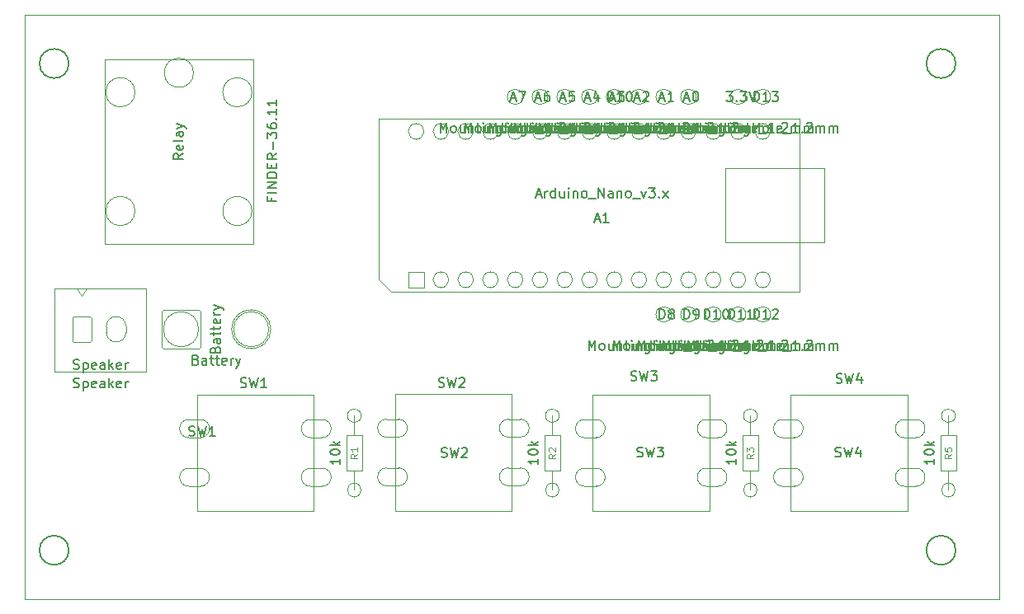
<source format=gbr>
%TF.GenerationSoftware,KiCad,Pcbnew,(6.0.7)*%
%TF.CreationDate,2023-03-20T00:03:39-04:00*%
%TF.ProjectId,timer,74696d65-722e-46b6-9963-61645f706362,rev?*%
%TF.SameCoordinates,Original*%
%TF.FileFunction,AssemblyDrawing,Top*%
%FSLAX46Y46*%
G04 Gerber Fmt 4.6, Leading zero omitted, Abs format (unit mm)*
G04 Created by KiCad (PCBNEW (6.0.7)) date 2023-03-20 00:03:39*
%MOMM*%
%LPD*%
G01*
G04 APERTURE LIST*
%ADD10C,0.150000*%
%TA.AperFunction,Profile*%
%ADD11C,0.150000*%
%TD*%
%TA.AperFunction,Profile*%
%ADD12C,0.100000*%
%TD*%
%ADD13C,0.100000*%
%ADD14C,0.108000*%
%ADD15C,0.100000*%
%TD*%
G04 APERTURE END LIST*
D10*
X176809714Y-63876380D02*
X176809714Y-62876380D01*
X177047809Y-62876380D01*
X177190666Y-62924000D01*
X177285904Y-63019238D01*
X177333523Y-63114476D01*
X177381142Y-63304952D01*
X177381142Y-63447809D01*
X177333523Y-63638285D01*
X177285904Y-63733523D01*
X177190666Y-63828761D01*
X177047809Y-63876380D01*
X176809714Y-63876380D01*
X178333523Y-63876380D02*
X177762095Y-63876380D01*
X178047809Y-63876380D02*
X178047809Y-62876380D01*
X177952571Y-63019238D01*
X177857333Y-63114476D01*
X177762095Y-63162095D01*
X178952571Y-62876380D02*
X179047809Y-62876380D01*
X179143047Y-62924000D01*
X179190666Y-62971619D01*
X179238285Y-63066857D01*
X179285904Y-63257333D01*
X179285904Y-63495428D01*
X179238285Y-63685904D01*
X179190666Y-63781142D01*
X179143047Y-63828761D01*
X179047809Y-63876380D01*
X178952571Y-63876380D01*
X178857333Y-63828761D01*
X178809714Y-63781142D01*
X178762095Y-63685904D01*
X178714476Y-63495428D01*
X178714476Y-63257333D01*
X178762095Y-63066857D01*
X178809714Y-62971619D01*
X178857333Y-62924000D01*
X178952571Y-62876380D01*
D11*
X121500000Y-60000000D02*
G75*
G03*
X121500000Y-60000000I-1500000J0D01*
G01*
X212500000Y-60000000D02*
G75*
G03*
X212500000Y-60000000I-1500000J0D01*
G01*
X121500000Y-110000000D02*
G75*
G03*
X121500000Y-110000000I-1500000J0D01*
G01*
D12*
X117000000Y-55000000D02*
X217000000Y-55000000D01*
X217000000Y-55000000D02*
X217000000Y-115000000D01*
X217000000Y-115000000D02*
X117000000Y-115000000D01*
X117000000Y-115000000D02*
X117000000Y-55000000D01*
D11*
X212500000Y-110000000D02*
G75*
G03*
X212500000Y-110000000I-1500000J0D01*
G01*
D13*
X117000000Y-55000000D02*
X217000000Y-55000000D01*
X217000000Y-55000000D02*
X217000000Y-115000000D01*
X217000000Y-115000000D02*
X117000000Y-115000000D01*
X117000000Y-115000000D02*
X117000000Y-55000000D01*
D10*
%TO.C,3.3V*%
X182479523Y-67076380D02*
X182479523Y-66076380D01*
X182812857Y-66790666D01*
X183146190Y-66076380D01*
X183146190Y-67076380D01*
X183765238Y-67076380D02*
X183670000Y-67028761D01*
X183622380Y-66981142D01*
X183574761Y-66885904D01*
X183574761Y-66600190D01*
X183622380Y-66504952D01*
X183670000Y-66457333D01*
X183765238Y-66409714D01*
X183908095Y-66409714D01*
X184003333Y-66457333D01*
X184050952Y-66504952D01*
X184098571Y-66600190D01*
X184098571Y-66885904D01*
X184050952Y-66981142D01*
X184003333Y-67028761D01*
X183908095Y-67076380D01*
X183765238Y-67076380D01*
X184955714Y-66409714D02*
X184955714Y-67076380D01*
X184527142Y-66409714D02*
X184527142Y-66933523D01*
X184574761Y-67028761D01*
X184670000Y-67076380D01*
X184812857Y-67076380D01*
X184908095Y-67028761D01*
X184955714Y-66981142D01*
X185431904Y-66409714D02*
X185431904Y-67076380D01*
X185431904Y-66504952D02*
X185479523Y-66457333D01*
X185574761Y-66409714D01*
X185717619Y-66409714D01*
X185812857Y-66457333D01*
X185860476Y-66552571D01*
X185860476Y-67076380D01*
X186193809Y-66409714D02*
X186574761Y-66409714D01*
X186336666Y-66076380D02*
X186336666Y-66933523D01*
X186384285Y-67028761D01*
X186479523Y-67076380D01*
X186574761Y-67076380D01*
X186908095Y-67076380D02*
X186908095Y-66409714D01*
X186908095Y-66076380D02*
X186860476Y-66124000D01*
X186908095Y-66171619D01*
X186955714Y-66124000D01*
X186908095Y-66076380D01*
X186908095Y-66171619D01*
X187384285Y-66409714D02*
X187384285Y-67076380D01*
X187384285Y-66504952D02*
X187431904Y-66457333D01*
X187527142Y-66409714D01*
X187670000Y-66409714D01*
X187765238Y-66457333D01*
X187812857Y-66552571D01*
X187812857Y-67076380D01*
X188717619Y-66409714D02*
X188717619Y-67219238D01*
X188670000Y-67314476D01*
X188622380Y-67362095D01*
X188527142Y-67409714D01*
X188384285Y-67409714D01*
X188289047Y-67362095D01*
X188717619Y-67028761D02*
X188622380Y-67076380D01*
X188431904Y-67076380D01*
X188336666Y-67028761D01*
X188289047Y-66981142D01*
X188241428Y-66885904D01*
X188241428Y-66600190D01*
X188289047Y-66504952D01*
X188336666Y-66457333D01*
X188431904Y-66409714D01*
X188622380Y-66409714D01*
X188717619Y-66457333D01*
X189193809Y-67076380D02*
X189193809Y-66076380D01*
X189193809Y-66552571D02*
X189765238Y-66552571D01*
X189765238Y-67076380D02*
X189765238Y-66076380D01*
X190384285Y-67076380D02*
X190289047Y-67028761D01*
X190241428Y-66981142D01*
X190193809Y-66885904D01*
X190193809Y-66600190D01*
X190241428Y-66504952D01*
X190289047Y-66457333D01*
X190384285Y-66409714D01*
X190527142Y-66409714D01*
X190622380Y-66457333D01*
X190670000Y-66504952D01*
X190717619Y-66600190D01*
X190717619Y-66885904D01*
X190670000Y-66981142D01*
X190622380Y-67028761D01*
X190527142Y-67076380D01*
X190384285Y-67076380D01*
X191289047Y-67076380D02*
X191193809Y-67028761D01*
X191146190Y-66933523D01*
X191146190Y-66076380D01*
X192050952Y-67028761D02*
X191955714Y-67076380D01*
X191765238Y-67076380D01*
X191670000Y-67028761D01*
X191622380Y-66933523D01*
X191622380Y-66552571D01*
X191670000Y-66457333D01*
X191765238Y-66409714D01*
X191955714Y-66409714D01*
X192050952Y-66457333D01*
X192098571Y-66552571D01*
X192098571Y-66647809D01*
X191622380Y-66743047D01*
X192289047Y-67171619D02*
X193050952Y-67171619D01*
X193812857Y-67076380D02*
X193241428Y-67076380D01*
X193527142Y-67076380D02*
X193527142Y-66076380D01*
X193431904Y-66219238D01*
X193336666Y-66314476D01*
X193241428Y-66362095D01*
X194241428Y-66981142D02*
X194289047Y-67028761D01*
X194241428Y-67076380D01*
X194193809Y-67028761D01*
X194241428Y-66981142D01*
X194241428Y-67076380D01*
X194670000Y-66171619D02*
X194717619Y-66124000D01*
X194812857Y-66076380D01*
X195050952Y-66076380D01*
X195146190Y-66124000D01*
X195193809Y-66171619D01*
X195241428Y-66266857D01*
X195241428Y-66362095D01*
X195193809Y-66504952D01*
X194622380Y-67076380D01*
X195241428Y-67076380D01*
X195670000Y-67076380D02*
X195670000Y-66409714D01*
X195670000Y-66504952D02*
X195717619Y-66457333D01*
X195812857Y-66409714D01*
X195955714Y-66409714D01*
X196050952Y-66457333D01*
X196098571Y-66552571D01*
X196098571Y-67076380D01*
X196098571Y-66552571D02*
X196146190Y-66457333D01*
X196241428Y-66409714D01*
X196384285Y-66409714D01*
X196479523Y-66457333D01*
X196527142Y-66552571D01*
X196527142Y-67076380D01*
X197003333Y-67076380D02*
X197003333Y-66409714D01*
X197003333Y-66504952D02*
X197050952Y-66457333D01*
X197146190Y-66409714D01*
X197289047Y-66409714D01*
X197384285Y-66457333D01*
X197431904Y-66552571D01*
X197431904Y-67076380D01*
X197431904Y-66552571D02*
X197479523Y-66457333D01*
X197574761Y-66409714D01*
X197717619Y-66409714D01*
X197812857Y-66457333D01*
X197860476Y-66552571D01*
X197860476Y-67076380D01*
X188993809Y-62876380D02*
X189612857Y-62876380D01*
X189279523Y-63257333D01*
X189422380Y-63257333D01*
X189517619Y-63304952D01*
X189565238Y-63352571D01*
X189612857Y-63447809D01*
X189612857Y-63685904D01*
X189565238Y-63781142D01*
X189517619Y-63828761D01*
X189422380Y-63876380D01*
X189136666Y-63876380D01*
X189041428Y-63828761D01*
X188993809Y-63781142D01*
X190041428Y-63781142D02*
X190089047Y-63828761D01*
X190041428Y-63876380D01*
X189993809Y-63828761D01*
X190041428Y-63781142D01*
X190041428Y-63876380D01*
X190422380Y-62876380D02*
X191041428Y-62876380D01*
X190708095Y-63257333D01*
X190850952Y-63257333D01*
X190946190Y-63304952D01*
X190993809Y-63352571D01*
X191041428Y-63447809D01*
X191041428Y-63685904D01*
X190993809Y-63781142D01*
X190946190Y-63828761D01*
X190850952Y-63876380D01*
X190565238Y-63876380D01*
X190470000Y-63828761D01*
X190422380Y-63781142D01*
X191327142Y-62876380D02*
X191660476Y-63876380D01*
X191993809Y-62876380D01*
%TO.C,D13*%
X185019523Y-67076380D02*
X185019523Y-66076380D01*
X185352857Y-66790666D01*
X185686190Y-66076380D01*
X185686190Y-67076380D01*
X186305238Y-67076380D02*
X186210000Y-67028761D01*
X186162380Y-66981142D01*
X186114761Y-66885904D01*
X186114761Y-66600190D01*
X186162380Y-66504952D01*
X186210000Y-66457333D01*
X186305238Y-66409714D01*
X186448095Y-66409714D01*
X186543333Y-66457333D01*
X186590952Y-66504952D01*
X186638571Y-66600190D01*
X186638571Y-66885904D01*
X186590952Y-66981142D01*
X186543333Y-67028761D01*
X186448095Y-67076380D01*
X186305238Y-67076380D01*
X187495714Y-66409714D02*
X187495714Y-67076380D01*
X187067142Y-66409714D02*
X187067142Y-66933523D01*
X187114761Y-67028761D01*
X187210000Y-67076380D01*
X187352857Y-67076380D01*
X187448095Y-67028761D01*
X187495714Y-66981142D01*
X187971904Y-66409714D02*
X187971904Y-67076380D01*
X187971904Y-66504952D02*
X188019523Y-66457333D01*
X188114761Y-66409714D01*
X188257619Y-66409714D01*
X188352857Y-66457333D01*
X188400476Y-66552571D01*
X188400476Y-67076380D01*
X188733809Y-66409714D02*
X189114761Y-66409714D01*
X188876666Y-66076380D02*
X188876666Y-66933523D01*
X188924285Y-67028761D01*
X189019523Y-67076380D01*
X189114761Y-67076380D01*
X189448095Y-67076380D02*
X189448095Y-66409714D01*
X189448095Y-66076380D02*
X189400476Y-66124000D01*
X189448095Y-66171619D01*
X189495714Y-66124000D01*
X189448095Y-66076380D01*
X189448095Y-66171619D01*
X189924285Y-66409714D02*
X189924285Y-67076380D01*
X189924285Y-66504952D02*
X189971904Y-66457333D01*
X190067142Y-66409714D01*
X190210000Y-66409714D01*
X190305238Y-66457333D01*
X190352857Y-66552571D01*
X190352857Y-67076380D01*
X191257619Y-66409714D02*
X191257619Y-67219238D01*
X191210000Y-67314476D01*
X191162380Y-67362095D01*
X191067142Y-67409714D01*
X190924285Y-67409714D01*
X190829047Y-67362095D01*
X191257619Y-67028761D02*
X191162380Y-67076380D01*
X190971904Y-67076380D01*
X190876666Y-67028761D01*
X190829047Y-66981142D01*
X190781428Y-66885904D01*
X190781428Y-66600190D01*
X190829047Y-66504952D01*
X190876666Y-66457333D01*
X190971904Y-66409714D01*
X191162380Y-66409714D01*
X191257619Y-66457333D01*
X191733809Y-67076380D02*
X191733809Y-66076380D01*
X191733809Y-66552571D02*
X192305238Y-66552571D01*
X192305238Y-67076380D02*
X192305238Y-66076380D01*
X192924285Y-67076380D02*
X192829047Y-67028761D01*
X192781428Y-66981142D01*
X192733809Y-66885904D01*
X192733809Y-66600190D01*
X192781428Y-66504952D01*
X192829047Y-66457333D01*
X192924285Y-66409714D01*
X193067142Y-66409714D01*
X193162380Y-66457333D01*
X193210000Y-66504952D01*
X193257619Y-66600190D01*
X193257619Y-66885904D01*
X193210000Y-66981142D01*
X193162380Y-67028761D01*
X193067142Y-67076380D01*
X192924285Y-67076380D01*
X193829047Y-67076380D02*
X193733809Y-67028761D01*
X193686190Y-66933523D01*
X193686190Y-66076380D01*
X194590952Y-67028761D02*
X194495714Y-67076380D01*
X194305238Y-67076380D01*
X194210000Y-67028761D01*
X194162380Y-66933523D01*
X194162380Y-66552571D01*
X194210000Y-66457333D01*
X194305238Y-66409714D01*
X194495714Y-66409714D01*
X194590952Y-66457333D01*
X194638571Y-66552571D01*
X194638571Y-66647809D01*
X194162380Y-66743047D01*
X194829047Y-67171619D02*
X195590952Y-67171619D01*
X196352857Y-67076380D02*
X195781428Y-67076380D01*
X196067142Y-67076380D02*
X196067142Y-66076380D01*
X195971904Y-66219238D01*
X195876666Y-66314476D01*
X195781428Y-66362095D01*
X196781428Y-66981142D02*
X196829047Y-67028761D01*
X196781428Y-67076380D01*
X196733809Y-67028761D01*
X196781428Y-66981142D01*
X196781428Y-67076380D01*
X197210000Y-66171619D02*
X197257619Y-66124000D01*
X197352857Y-66076380D01*
X197590952Y-66076380D01*
X197686190Y-66124000D01*
X197733809Y-66171619D01*
X197781428Y-66266857D01*
X197781428Y-66362095D01*
X197733809Y-66504952D01*
X197162380Y-67076380D01*
X197781428Y-67076380D01*
X198210000Y-67076380D02*
X198210000Y-66409714D01*
X198210000Y-66504952D02*
X198257619Y-66457333D01*
X198352857Y-66409714D01*
X198495714Y-66409714D01*
X198590952Y-66457333D01*
X198638571Y-66552571D01*
X198638571Y-67076380D01*
X198638571Y-66552571D02*
X198686190Y-66457333D01*
X198781428Y-66409714D01*
X198924285Y-66409714D01*
X199019523Y-66457333D01*
X199067142Y-66552571D01*
X199067142Y-67076380D01*
X199543333Y-67076380D02*
X199543333Y-66409714D01*
X199543333Y-66504952D02*
X199590952Y-66457333D01*
X199686190Y-66409714D01*
X199829047Y-66409714D01*
X199924285Y-66457333D01*
X199971904Y-66552571D01*
X199971904Y-67076380D01*
X199971904Y-66552571D02*
X200019523Y-66457333D01*
X200114761Y-66409714D01*
X200257619Y-66409714D01*
X200352857Y-66457333D01*
X200400476Y-66552571D01*
X200400476Y-67076380D01*
X191795714Y-63876380D02*
X191795714Y-62876380D01*
X192033809Y-62876380D01*
X192176666Y-62924000D01*
X192271904Y-63019238D01*
X192319523Y-63114476D01*
X192367142Y-63304952D01*
X192367142Y-63447809D01*
X192319523Y-63638285D01*
X192271904Y-63733523D01*
X192176666Y-63828761D01*
X192033809Y-63876380D01*
X191795714Y-63876380D01*
X193319523Y-63876380D02*
X192748095Y-63876380D01*
X193033809Y-63876380D02*
X193033809Y-62876380D01*
X192938571Y-63019238D01*
X192843333Y-63114476D01*
X192748095Y-63162095D01*
X193652857Y-62876380D02*
X194271904Y-62876380D01*
X193938571Y-63257333D01*
X194081428Y-63257333D01*
X194176666Y-63304952D01*
X194224285Y-63352571D01*
X194271904Y-63447809D01*
X194271904Y-63685904D01*
X194224285Y-63781142D01*
X194176666Y-63828761D01*
X194081428Y-63876380D01*
X193795714Y-63876380D01*
X193700476Y-63828761D01*
X193652857Y-63781142D01*
%TO.C,A1*%
X174859523Y-67076380D02*
X174859523Y-66076380D01*
X175192857Y-66790666D01*
X175526190Y-66076380D01*
X175526190Y-67076380D01*
X176145238Y-67076380D02*
X176050000Y-67028761D01*
X176002380Y-66981142D01*
X175954761Y-66885904D01*
X175954761Y-66600190D01*
X176002380Y-66504952D01*
X176050000Y-66457333D01*
X176145238Y-66409714D01*
X176288095Y-66409714D01*
X176383333Y-66457333D01*
X176430952Y-66504952D01*
X176478571Y-66600190D01*
X176478571Y-66885904D01*
X176430952Y-66981142D01*
X176383333Y-67028761D01*
X176288095Y-67076380D01*
X176145238Y-67076380D01*
X177335714Y-66409714D02*
X177335714Y-67076380D01*
X176907142Y-66409714D02*
X176907142Y-66933523D01*
X176954761Y-67028761D01*
X177050000Y-67076380D01*
X177192857Y-67076380D01*
X177288095Y-67028761D01*
X177335714Y-66981142D01*
X177811904Y-66409714D02*
X177811904Y-67076380D01*
X177811904Y-66504952D02*
X177859523Y-66457333D01*
X177954761Y-66409714D01*
X178097619Y-66409714D01*
X178192857Y-66457333D01*
X178240476Y-66552571D01*
X178240476Y-67076380D01*
X178573809Y-66409714D02*
X178954761Y-66409714D01*
X178716666Y-66076380D02*
X178716666Y-66933523D01*
X178764285Y-67028761D01*
X178859523Y-67076380D01*
X178954761Y-67076380D01*
X179288095Y-67076380D02*
X179288095Y-66409714D01*
X179288095Y-66076380D02*
X179240476Y-66124000D01*
X179288095Y-66171619D01*
X179335714Y-66124000D01*
X179288095Y-66076380D01*
X179288095Y-66171619D01*
X179764285Y-66409714D02*
X179764285Y-67076380D01*
X179764285Y-66504952D02*
X179811904Y-66457333D01*
X179907142Y-66409714D01*
X180050000Y-66409714D01*
X180145238Y-66457333D01*
X180192857Y-66552571D01*
X180192857Y-67076380D01*
X181097619Y-66409714D02*
X181097619Y-67219238D01*
X181050000Y-67314476D01*
X181002380Y-67362095D01*
X180907142Y-67409714D01*
X180764285Y-67409714D01*
X180669047Y-67362095D01*
X181097619Y-67028761D02*
X181002380Y-67076380D01*
X180811904Y-67076380D01*
X180716666Y-67028761D01*
X180669047Y-66981142D01*
X180621428Y-66885904D01*
X180621428Y-66600190D01*
X180669047Y-66504952D01*
X180716666Y-66457333D01*
X180811904Y-66409714D01*
X181002380Y-66409714D01*
X181097619Y-66457333D01*
X181573809Y-67076380D02*
X181573809Y-66076380D01*
X181573809Y-66552571D02*
X182145238Y-66552571D01*
X182145238Y-67076380D02*
X182145238Y-66076380D01*
X182764285Y-67076380D02*
X182669047Y-67028761D01*
X182621428Y-66981142D01*
X182573809Y-66885904D01*
X182573809Y-66600190D01*
X182621428Y-66504952D01*
X182669047Y-66457333D01*
X182764285Y-66409714D01*
X182907142Y-66409714D01*
X183002380Y-66457333D01*
X183050000Y-66504952D01*
X183097619Y-66600190D01*
X183097619Y-66885904D01*
X183050000Y-66981142D01*
X183002380Y-67028761D01*
X182907142Y-67076380D01*
X182764285Y-67076380D01*
X183669047Y-67076380D02*
X183573809Y-67028761D01*
X183526190Y-66933523D01*
X183526190Y-66076380D01*
X184430952Y-67028761D02*
X184335714Y-67076380D01*
X184145238Y-67076380D01*
X184050000Y-67028761D01*
X184002380Y-66933523D01*
X184002380Y-66552571D01*
X184050000Y-66457333D01*
X184145238Y-66409714D01*
X184335714Y-66409714D01*
X184430952Y-66457333D01*
X184478571Y-66552571D01*
X184478571Y-66647809D01*
X184002380Y-66743047D01*
X184669047Y-67171619D02*
X185430952Y-67171619D01*
X186192857Y-67076380D02*
X185621428Y-67076380D01*
X185907142Y-67076380D02*
X185907142Y-66076380D01*
X185811904Y-66219238D01*
X185716666Y-66314476D01*
X185621428Y-66362095D01*
X186621428Y-66981142D02*
X186669047Y-67028761D01*
X186621428Y-67076380D01*
X186573809Y-67028761D01*
X186621428Y-66981142D01*
X186621428Y-67076380D01*
X187050000Y-66171619D02*
X187097619Y-66124000D01*
X187192857Y-66076380D01*
X187430952Y-66076380D01*
X187526190Y-66124000D01*
X187573809Y-66171619D01*
X187621428Y-66266857D01*
X187621428Y-66362095D01*
X187573809Y-66504952D01*
X187002380Y-67076380D01*
X187621428Y-67076380D01*
X188050000Y-67076380D02*
X188050000Y-66409714D01*
X188050000Y-66504952D02*
X188097619Y-66457333D01*
X188192857Y-66409714D01*
X188335714Y-66409714D01*
X188430952Y-66457333D01*
X188478571Y-66552571D01*
X188478571Y-67076380D01*
X188478571Y-66552571D02*
X188526190Y-66457333D01*
X188621428Y-66409714D01*
X188764285Y-66409714D01*
X188859523Y-66457333D01*
X188907142Y-66552571D01*
X188907142Y-67076380D01*
X189383333Y-67076380D02*
X189383333Y-66409714D01*
X189383333Y-66504952D02*
X189430952Y-66457333D01*
X189526190Y-66409714D01*
X189669047Y-66409714D01*
X189764285Y-66457333D01*
X189811904Y-66552571D01*
X189811904Y-67076380D01*
X189811904Y-66552571D02*
X189859523Y-66457333D01*
X189954761Y-66409714D01*
X190097619Y-66409714D01*
X190192857Y-66457333D01*
X190240476Y-66552571D01*
X190240476Y-67076380D01*
X182135714Y-63590666D02*
X182611904Y-63590666D01*
X182040476Y-63876380D02*
X182373809Y-62876380D01*
X182707142Y-63876380D01*
X183564285Y-63876380D02*
X182992857Y-63876380D01*
X183278571Y-63876380D02*
X183278571Y-62876380D01*
X183183333Y-63019238D01*
X183088095Y-63114476D01*
X182992857Y-63162095D01*
%TO.C,A0*%
X177399523Y-67076380D02*
X177399523Y-66076380D01*
X177732857Y-66790666D01*
X178066190Y-66076380D01*
X178066190Y-67076380D01*
X178685238Y-67076380D02*
X178590000Y-67028761D01*
X178542380Y-66981142D01*
X178494761Y-66885904D01*
X178494761Y-66600190D01*
X178542380Y-66504952D01*
X178590000Y-66457333D01*
X178685238Y-66409714D01*
X178828095Y-66409714D01*
X178923333Y-66457333D01*
X178970952Y-66504952D01*
X179018571Y-66600190D01*
X179018571Y-66885904D01*
X178970952Y-66981142D01*
X178923333Y-67028761D01*
X178828095Y-67076380D01*
X178685238Y-67076380D01*
X179875714Y-66409714D02*
X179875714Y-67076380D01*
X179447142Y-66409714D02*
X179447142Y-66933523D01*
X179494761Y-67028761D01*
X179590000Y-67076380D01*
X179732857Y-67076380D01*
X179828095Y-67028761D01*
X179875714Y-66981142D01*
X180351904Y-66409714D02*
X180351904Y-67076380D01*
X180351904Y-66504952D02*
X180399523Y-66457333D01*
X180494761Y-66409714D01*
X180637619Y-66409714D01*
X180732857Y-66457333D01*
X180780476Y-66552571D01*
X180780476Y-67076380D01*
X181113809Y-66409714D02*
X181494761Y-66409714D01*
X181256666Y-66076380D02*
X181256666Y-66933523D01*
X181304285Y-67028761D01*
X181399523Y-67076380D01*
X181494761Y-67076380D01*
X181828095Y-67076380D02*
X181828095Y-66409714D01*
X181828095Y-66076380D02*
X181780476Y-66124000D01*
X181828095Y-66171619D01*
X181875714Y-66124000D01*
X181828095Y-66076380D01*
X181828095Y-66171619D01*
X182304285Y-66409714D02*
X182304285Y-67076380D01*
X182304285Y-66504952D02*
X182351904Y-66457333D01*
X182447142Y-66409714D01*
X182590000Y-66409714D01*
X182685238Y-66457333D01*
X182732857Y-66552571D01*
X182732857Y-67076380D01*
X183637619Y-66409714D02*
X183637619Y-67219238D01*
X183590000Y-67314476D01*
X183542380Y-67362095D01*
X183447142Y-67409714D01*
X183304285Y-67409714D01*
X183209047Y-67362095D01*
X183637619Y-67028761D02*
X183542380Y-67076380D01*
X183351904Y-67076380D01*
X183256666Y-67028761D01*
X183209047Y-66981142D01*
X183161428Y-66885904D01*
X183161428Y-66600190D01*
X183209047Y-66504952D01*
X183256666Y-66457333D01*
X183351904Y-66409714D01*
X183542380Y-66409714D01*
X183637619Y-66457333D01*
X184113809Y-67076380D02*
X184113809Y-66076380D01*
X184113809Y-66552571D02*
X184685238Y-66552571D01*
X184685238Y-67076380D02*
X184685238Y-66076380D01*
X185304285Y-67076380D02*
X185209047Y-67028761D01*
X185161428Y-66981142D01*
X185113809Y-66885904D01*
X185113809Y-66600190D01*
X185161428Y-66504952D01*
X185209047Y-66457333D01*
X185304285Y-66409714D01*
X185447142Y-66409714D01*
X185542380Y-66457333D01*
X185590000Y-66504952D01*
X185637619Y-66600190D01*
X185637619Y-66885904D01*
X185590000Y-66981142D01*
X185542380Y-67028761D01*
X185447142Y-67076380D01*
X185304285Y-67076380D01*
X186209047Y-67076380D02*
X186113809Y-67028761D01*
X186066190Y-66933523D01*
X186066190Y-66076380D01*
X186970952Y-67028761D02*
X186875714Y-67076380D01*
X186685238Y-67076380D01*
X186590000Y-67028761D01*
X186542380Y-66933523D01*
X186542380Y-66552571D01*
X186590000Y-66457333D01*
X186685238Y-66409714D01*
X186875714Y-66409714D01*
X186970952Y-66457333D01*
X187018571Y-66552571D01*
X187018571Y-66647809D01*
X186542380Y-66743047D01*
X187209047Y-67171619D02*
X187970952Y-67171619D01*
X188732857Y-67076380D02*
X188161428Y-67076380D01*
X188447142Y-67076380D02*
X188447142Y-66076380D01*
X188351904Y-66219238D01*
X188256666Y-66314476D01*
X188161428Y-66362095D01*
X189161428Y-66981142D02*
X189209047Y-67028761D01*
X189161428Y-67076380D01*
X189113809Y-67028761D01*
X189161428Y-66981142D01*
X189161428Y-67076380D01*
X189590000Y-66171619D02*
X189637619Y-66124000D01*
X189732857Y-66076380D01*
X189970952Y-66076380D01*
X190066190Y-66124000D01*
X190113809Y-66171619D01*
X190161428Y-66266857D01*
X190161428Y-66362095D01*
X190113809Y-66504952D01*
X189542380Y-67076380D01*
X190161428Y-67076380D01*
X190590000Y-67076380D02*
X190590000Y-66409714D01*
X190590000Y-66504952D02*
X190637619Y-66457333D01*
X190732857Y-66409714D01*
X190875714Y-66409714D01*
X190970952Y-66457333D01*
X191018571Y-66552571D01*
X191018571Y-67076380D01*
X191018571Y-66552571D02*
X191066190Y-66457333D01*
X191161428Y-66409714D01*
X191304285Y-66409714D01*
X191399523Y-66457333D01*
X191447142Y-66552571D01*
X191447142Y-67076380D01*
X191923333Y-67076380D02*
X191923333Y-66409714D01*
X191923333Y-66504952D02*
X191970952Y-66457333D01*
X192066190Y-66409714D01*
X192209047Y-66409714D01*
X192304285Y-66457333D01*
X192351904Y-66552571D01*
X192351904Y-67076380D01*
X192351904Y-66552571D02*
X192399523Y-66457333D01*
X192494761Y-66409714D01*
X192637619Y-66409714D01*
X192732857Y-66457333D01*
X192780476Y-66552571D01*
X192780476Y-67076380D01*
X184675714Y-63590666D02*
X185151904Y-63590666D01*
X184580476Y-63876380D02*
X184913809Y-62876380D01*
X185247142Y-63876380D01*
X185770952Y-62876380D02*
X185866190Y-62876380D01*
X185961428Y-62924000D01*
X186009047Y-62971619D01*
X186056666Y-63066857D01*
X186104285Y-63257333D01*
X186104285Y-63495428D01*
X186056666Y-63685904D01*
X186009047Y-63781142D01*
X185961428Y-63828761D01*
X185866190Y-63876380D01*
X185770952Y-63876380D01*
X185675714Y-63828761D01*
X185628095Y-63781142D01*
X185580476Y-63685904D01*
X185532857Y-63495428D01*
X185532857Y-63257333D01*
X185580476Y-63066857D01*
X185628095Y-62971619D01*
X185675714Y-62924000D01*
X185770952Y-62876380D01*
%TO.C,A2*%
X172319523Y-67076380D02*
X172319523Y-66076380D01*
X172652857Y-66790666D01*
X172986190Y-66076380D01*
X172986190Y-67076380D01*
X173605238Y-67076380D02*
X173510000Y-67028761D01*
X173462380Y-66981142D01*
X173414761Y-66885904D01*
X173414761Y-66600190D01*
X173462380Y-66504952D01*
X173510000Y-66457333D01*
X173605238Y-66409714D01*
X173748095Y-66409714D01*
X173843333Y-66457333D01*
X173890952Y-66504952D01*
X173938571Y-66600190D01*
X173938571Y-66885904D01*
X173890952Y-66981142D01*
X173843333Y-67028761D01*
X173748095Y-67076380D01*
X173605238Y-67076380D01*
X174795714Y-66409714D02*
X174795714Y-67076380D01*
X174367142Y-66409714D02*
X174367142Y-66933523D01*
X174414761Y-67028761D01*
X174510000Y-67076380D01*
X174652857Y-67076380D01*
X174748095Y-67028761D01*
X174795714Y-66981142D01*
X175271904Y-66409714D02*
X175271904Y-67076380D01*
X175271904Y-66504952D02*
X175319523Y-66457333D01*
X175414761Y-66409714D01*
X175557619Y-66409714D01*
X175652857Y-66457333D01*
X175700476Y-66552571D01*
X175700476Y-67076380D01*
X176033809Y-66409714D02*
X176414761Y-66409714D01*
X176176666Y-66076380D02*
X176176666Y-66933523D01*
X176224285Y-67028761D01*
X176319523Y-67076380D01*
X176414761Y-67076380D01*
X176748095Y-67076380D02*
X176748095Y-66409714D01*
X176748095Y-66076380D02*
X176700476Y-66124000D01*
X176748095Y-66171619D01*
X176795714Y-66124000D01*
X176748095Y-66076380D01*
X176748095Y-66171619D01*
X177224285Y-66409714D02*
X177224285Y-67076380D01*
X177224285Y-66504952D02*
X177271904Y-66457333D01*
X177367142Y-66409714D01*
X177510000Y-66409714D01*
X177605238Y-66457333D01*
X177652857Y-66552571D01*
X177652857Y-67076380D01*
X178557619Y-66409714D02*
X178557619Y-67219238D01*
X178510000Y-67314476D01*
X178462380Y-67362095D01*
X178367142Y-67409714D01*
X178224285Y-67409714D01*
X178129047Y-67362095D01*
X178557619Y-67028761D02*
X178462380Y-67076380D01*
X178271904Y-67076380D01*
X178176666Y-67028761D01*
X178129047Y-66981142D01*
X178081428Y-66885904D01*
X178081428Y-66600190D01*
X178129047Y-66504952D01*
X178176666Y-66457333D01*
X178271904Y-66409714D01*
X178462380Y-66409714D01*
X178557619Y-66457333D01*
X179033809Y-67076380D02*
X179033809Y-66076380D01*
X179033809Y-66552571D02*
X179605238Y-66552571D01*
X179605238Y-67076380D02*
X179605238Y-66076380D01*
X180224285Y-67076380D02*
X180129047Y-67028761D01*
X180081428Y-66981142D01*
X180033809Y-66885904D01*
X180033809Y-66600190D01*
X180081428Y-66504952D01*
X180129047Y-66457333D01*
X180224285Y-66409714D01*
X180367142Y-66409714D01*
X180462380Y-66457333D01*
X180510000Y-66504952D01*
X180557619Y-66600190D01*
X180557619Y-66885904D01*
X180510000Y-66981142D01*
X180462380Y-67028761D01*
X180367142Y-67076380D01*
X180224285Y-67076380D01*
X181129047Y-67076380D02*
X181033809Y-67028761D01*
X180986190Y-66933523D01*
X180986190Y-66076380D01*
X181890952Y-67028761D02*
X181795714Y-67076380D01*
X181605238Y-67076380D01*
X181510000Y-67028761D01*
X181462380Y-66933523D01*
X181462380Y-66552571D01*
X181510000Y-66457333D01*
X181605238Y-66409714D01*
X181795714Y-66409714D01*
X181890952Y-66457333D01*
X181938571Y-66552571D01*
X181938571Y-66647809D01*
X181462380Y-66743047D01*
X182129047Y-67171619D02*
X182890952Y-67171619D01*
X183652857Y-67076380D02*
X183081428Y-67076380D01*
X183367142Y-67076380D02*
X183367142Y-66076380D01*
X183271904Y-66219238D01*
X183176666Y-66314476D01*
X183081428Y-66362095D01*
X184081428Y-66981142D02*
X184129047Y-67028761D01*
X184081428Y-67076380D01*
X184033809Y-67028761D01*
X184081428Y-66981142D01*
X184081428Y-67076380D01*
X184510000Y-66171619D02*
X184557619Y-66124000D01*
X184652857Y-66076380D01*
X184890952Y-66076380D01*
X184986190Y-66124000D01*
X185033809Y-66171619D01*
X185081428Y-66266857D01*
X185081428Y-66362095D01*
X185033809Y-66504952D01*
X184462380Y-67076380D01*
X185081428Y-67076380D01*
X185510000Y-67076380D02*
X185510000Y-66409714D01*
X185510000Y-66504952D02*
X185557619Y-66457333D01*
X185652857Y-66409714D01*
X185795714Y-66409714D01*
X185890952Y-66457333D01*
X185938571Y-66552571D01*
X185938571Y-67076380D01*
X185938571Y-66552571D02*
X185986190Y-66457333D01*
X186081428Y-66409714D01*
X186224285Y-66409714D01*
X186319523Y-66457333D01*
X186367142Y-66552571D01*
X186367142Y-67076380D01*
X186843333Y-67076380D02*
X186843333Y-66409714D01*
X186843333Y-66504952D02*
X186890952Y-66457333D01*
X186986190Y-66409714D01*
X187129047Y-66409714D01*
X187224285Y-66457333D01*
X187271904Y-66552571D01*
X187271904Y-67076380D01*
X187271904Y-66552571D02*
X187319523Y-66457333D01*
X187414761Y-66409714D01*
X187557619Y-66409714D01*
X187652857Y-66457333D01*
X187700476Y-66552571D01*
X187700476Y-67076380D01*
X179595714Y-63590666D02*
X180071904Y-63590666D01*
X179500476Y-63876380D02*
X179833809Y-62876380D01*
X180167142Y-63876380D01*
X180452857Y-62971619D02*
X180500476Y-62924000D01*
X180595714Y-62876380D01*
X180833809Y-62876380D01*
X180929047Y-62924000D01*
X180976666Y-62971619D01*
X181024285Y-63066857D01*
X181024285Y-63162095D01*
X180976666Y-63304952D01*
X180405238Y-63876380D01*
X181024285Y-63876380D01*
%TO.C,A4*%
X167239523Y-67076380D02*
X167239523Y-66076380D01*
X167572857Y-66790666D01*
X167906190Y-66076380D01*
X167906190Y-67076380D01*
X168525238Y-67076380D02*
X168430000Y-67028761D01*
X168382380Y-66981142D01*
X168334761Y-66885904D01*
X168334761Y-66600190D01*
X168382380Y-66504952D01*
X168430000Y-66457333D01*
X168525238Y-66409714D01*
X168668095Y-66409714D01*
X168763333Y-66457333D01*
X168810952Y-66504952D01*
X168858571Y-66600190D01*
X168858571Y-66885904D01*
X168810952Y-66981142D01*
X168763333Y-67028761D01*
X168668095Y-67076380D01*
X168525238Y-67076380D01*
X169715714Y-66409714D02*
X169715714Y-67076380D01*
X169287142Y-66409714D02*
X169287142Y-66933523D01*
X169334761Y-67028761D01*
X169430000Y-67076380D01*
X169572857Y-67076380D01*
X169668095Y-67028761D01*
X169715714Y-66981142D01*
X170191904Y-66409714D02*
X170191904Y-67076380D01*
X170191904Y-66504952D02*
X170239523Y-66457333D01*
X170334761Y-66409714D01*
X170477619Y-66409714D01*
X170572857Y-66457333D01*
X170620476Y-66552571D01*
X170620476Y-67076380D01*
X170953809Y-66409714D02*
X171334761Y-66409714D01*
X171096666Y-66076380D02*
X171096666Y-66933523D01*
X171144285Y-67028761D01*
X171239523Y-67076380D01*
X171334761Y-67076380D01*
X171668095Y-67076380D02*
X171668095Y-66409714D01*
X171668095Y-66076380D02*
X171620476Y-66124000D01*
X171668095Y-66171619D01*
X171715714Y-66124000D01*
X171668095Y-66076380D01*
X171668095Y-66171619D01*
X172144285Y-66409714D02*
X172144285Y-67076380D01*
X172144285Y-66504952D02*
X172191904Y-66457333D01*
X172287142Y-66409714D01*
X172430000Y-66409714D01*
X172525238Y-66457333D01*
X172572857Y-66552571D01*
X172572857Y-67076380D01*
X173477619Y-66409714D02*
X173477619Y-67219238D01*
X173430000Y-67314476D01*
X173382380Y-67362095D01*
X173287142Y-67409714D01*
X173144285Y-67409714D01*
X173049047Y-67362095D01*
X173477619Y-67028761D02*
X173382380Y-67076380D01*
X173191904Y-67076380D01*
X173096666Y-67028761D01*
X173049047Y-66981142D01*
X173001428Y-66885904D01*
X173001428Y-66600190D01*
X173049047Y-66504952D01*
X173096666Y-66457333D01*
X173191904Y-66409714D01*
X173382380Y-66409714D01*
X173477619Y-66457333D01*
X173953809Y-67076380D02*
X173953809Y-66076380D01*
X173953809Y-66552571D02*
X174525238Y-66552571D01*
X174525238Y-67076380D02*
X174525238Y-66076380D01*
X175144285Y-67076380D02*
X175049047Y-67028761D01*
X175001428Y-66981142D01*
X174953809Y-66885904D01*
X174953809Y-66600190D01*
X175001428Y-66504952D01*
X175049047Y-66457333D01*
X175144285Y-66409714D01*
X175287142Y-66409714D01*
X175382380Y-66457333D01*
X175430000Y-66504952D01*
X175477619Y-66600190D01*
X175477619Y-66885904D01*
X175430000Y-66981142D01*
X175382380Y-67028761D01*
X175287142Y-67076380D01*
X175144285Y-67076380D01*
X176049047Y-67076380D02*
X175953809Y-67028761D01*
X175906190Y-66933523D01*
X175906190Y-66076380D01*
X176810952Y-67028761D02*
X176715714Y-67076380D01*
X176525238Y-67076380D01*
X176430000Y-67028761D01*
X176382380Y-66933523D01*
X176382380Y-66552571D01*
X176430000Y-66457333D01*
X176525238Y-66409714D01*
X176715714Y-66409714D01*
X176810952Y-66457333D01*
X176858571Y-66552571D01*
X176858571Y-66647809D01*
X176382380Y-66743047D01*
X177049047Y-67171619D02*
X177810952Y-67171619D01*
X178572857Y-67076380D02*
X178001428Y-67076380D01*
X178287142Y-67076380D02*
X178287142Y-66076380D01*
X178191904Y-66219238D01*
X178096666Y-66314476D01*
X178001428Y-66362095D01*
X179001428Y-66981142D02*
X179049047Y-67028761D01*
X179001428Y-67076380D01*
X178953809Y-67028761D01*
X179001428Y-66981142D01*
X179001428Y-67076380D01*
X179430000Y-66171619D02*
X179477619Y-66124000D01*
X179572857Y-66076380D01*
X179810952Y-66076380D01*
X179906190Y-66124000D01*
X179953809Y-66171619D01*
X180001428Y-66266857D01*
X180001428Y-66362095D01*
X179953809Y-66504952D01*
X179382380Y-67076380D01*
X180001428Y-67076380D01*
X180430000Y-67076380D02*
X180430000Y-66409714D01*
X180430000Y-66504952D02*
X180477619Y-66457333D01*
X180572857Y-66409714D01*
X180715714Y-66409714D01*
X180810952Y-66457333D01*
X180858571Y-66552571D01*
X180858571Y-67076380D01*
X180858571Y-66552571D02*
X180906190Y-66457333D01*
X181001428Y-66409714D01*
X181144285Y-66409714D01*
X181239523Y-66457333D01*
X181287142Y-66552571D01*
X181287142Y-67076380D01*
X181763333Y-67076380D02*
X181763333Y-66409714D01*
X181763333Y-66504952D02*
X181810952Y-66457333D01*
X181906190Y-66409714D01*
X182049047Y-66409714D01*
X182144285Y-66457333D01*
X182191904Y-66552571D01*
X182191904Y-67076380D01*
X182191904Y-66552571D02*
X182239523Y-66457333D01*
X182334761Y-66409714D01*
X182477619Y-66409714D01*
X182572857Y-66457333D01*
X182620476Y-66552571D01*
X182620476Y-67076380D01*
X174515714Y-63590666D02*
X174991904Y-63590666D01*
X174420476Y-63876380D02*
X174753809Y-62876380D01*
X175087142Y-63876380D01*
X175849047Y-63209714D02*
X175849047Y-63876380D01*
X175610952Y-62828761D02*
X175372857Y-63543047D01*
X175991904Y-63543047D01*
%TO.C,A6*%
X162159523Y-67076380D02*
X162159523Y-66076380D01*
X162492857Y-66790666D01*
X162826190Y-66076380D01*
X162826190Y-67076380D01*
X163445238Y-67076380D02*
X163350000Y-67028761D01*
X163302380Y-66981142D01*
X163254761Y-66885904D01*
X163254761Y-66600190D01*
X163302380Y-66504952D01*
X163350000Y-66457333D01*
X163445238Y-66409714D01*
X163588095Y-66409714D01*
X163683333Y-66457333D01*
X163730952Y-66504952D01*
X163778571Y-66600190D01*
X163778571Y-66885904D01*
X163730952Y-66981142D01*
X163683333Y-67028761D01*
X163588095Y-67076380D01*
X163445238Y-67076380D01*
X164635714Y-66409714D02*
X164635714Y-67076380D01*
X164207142Y-66409714D02*
X164207142Y-66933523D01*
X164254761Y-67028761D01*
X164350000Y-67076380D01*
X164492857Y-67076380D01*
X164588095Y-67028761D01*
X164635714Y-66981142D01*
X165111904Y-66409714D02*
X165111904Y-67076380D01*
X165111904Y-66504952D02*
X165159523Y-66457333D01*
X165254761Y-66409714D01*
X165397619Y-66409714D01*
X165492857Y-66457333D01*
X165540476Y-66552571D01*
X165540476Y-67076380D01*
X165873809Y-66409714D02*
X166254761Y-66409714D01*
X166016666Y-66076380D02*
X166016666Y-66933523D01*
X166064285Y-67028761D01*
X166159523Y-67076380D01*
X166254761Y-67076380D01*
X166588095Y-67076380D02*
X166588095Y-66409714D01*
X166588095Y-66076380D02*
X166540476Y-66124000D01*
X166588095Y-66171619D01*
X166635714Y-66124000D01*
X166588095Y-66076380D01*
X166588095Y-66171619D01*
X167064285Y-66409714D02*
X167064285Y-67076380D01*
X167064285Y-66504952D02*
X167111904Y-66457333D01*
X167207142Y-66409714D01*
X167350000Y-66409714D01*
X167445238Y-66457333D01*
X167492857Y-66552571D01*
X167492857Y-67076380D01*
X168397619Y-66409714D02*
X168397619Y-67219238D01*
X168350000Y-67314476D01*
X168302380Y-67362095D01*
X168207142Y-67409714D01*
X168064285Y-67409714D01*
X167969047Y-67362095D01*
X168397619Y-67028761D02*
X168302380Y-67076380D01*
X168111904Y-67076380D01*
X168016666Y-67028761D01*
X167969047Y-66981142D01*
X167921428Y-66885904D01*
X167921428Y-66600190D01*
X167969047Y-66504952D01*
X168016666Y-66457333D01*
X168111904Y-66409714D01*
X168302380Y-66409714D01*
X168397619Y-66457333D01*
X168873809Y-67076380D02*
X168873809Y-66076380D01*
X168873809Y-66552571D02*
X169445238Y-66552571D01*
X169445238Y-67076380D02*
X169445238Y-66076380D01*
X170064285Y-67076380D02*
X169969047Y-67028761D01*
X169921428Y-66981142D01*
X169873809Y-66885904D01*
X169873809Y-66600190D01*
X169921428Y-66504952D01*
X169969047Y-66457333D01*
X170064285Y-66409714D01*
X170207142Y-66409714D01*
X170302380Y-66457333D01*
X170350000Y-66504952D01*
X170397619Y-66600190D01*
X170397619Y-66885904D01*
X170350000Y-66981142D01*
X170302380Y-67028761D01*
X170207142Y-67076380D01*
X170064285Y-67076380D01*
X170969047Y-67076380D02*
X170873809Y-67028761D01*
X170826190Y-66933523D01*
X170826190Y-66076380D01*
X171730952Y-67028761D02*
X171635714Y-67076380D01*
X171445238Y-67076380D01*
X171350000Y-67028761D01*
X171302380Y-66933523D01*
X171302380Y-66552571D01*
X171350000Y-66457333D01*
X171445238Y-66409714D01*
X171635714Y-66409714D01*
X171730952Y-66457333D01*
X171778571Y-66552571D01*
X171778571Y-66647809D01*
X171302380Y-66743047D01*
X171969047Y-67171619D02*
X172730952Y-67171619D01*
X173492857Y-67076380D02*
X172921428Y-67076380D01*
X173207142Y-67076380D02*
X173207142Y-66076380D01*
X173111904Y-66219238D01*
X173016666Y-66314476D01*
X172921428Y-66362095D01*
X173921428Y-66981142D02*
X173969047Y-67028761D01*
X173921428Y-67076380D01*
X173873809Y-67028761D01*
X173921428Y-66981142D01*
X173921428Y-67076380D01*
X174350000Y-66171619D02*
X174397619Y-66124000D01*
X174492857Y-66076380D01*
X174730952Y-66076380D01*
X174826190Y-66124000D01*
X174873809Y-66171619D01*
X174921428Y-66266857D01*
X174921428Y-66362095D01*
X174873809Y-66504952D01*
X174302380Y-67076380D01*
X174921428Y-67076380D01*
X175350000Y-67076380D02*
X175350000Y-66409714D01*
X175350000Y-66504952D02*
X175397619Y-66457333D01*
X175492857Y-66409714D01*
X175635714Y-66409714D01*
X175730952Y-66457333D01*
X175778571Y-66552571D01*
X175778571Y-67076380D01*
X175778571Y-66552571D02*
X175826190Y-66457333D01*
X175921428Y-66409714D01*
X176064285Y-66409714D01*
X176159523Y-66457333D01*
X176207142Y-66552571D01*
X176207142Y-67076380D01*
X176683333Y-67076380D02*
X176683333Y-66409714D01*
X176683333Y-66504952D02*
X176730952Y-66457333D01*
X176826190Y-66409714D01*
X176969047Y-66409714D01*
X177064285Y-66457333D01*
X177111904Y-66552571D01*
X177111904Y-67076380D01*
X177111904Y-66552571D02*
X177159523Y-66457333D01*
X177254761Y-66409714D01*
X177397619Y-66409714D01*
X177492857Y-66457333D01*
X177540476Y-66552571D01*
X177540476Y-67076380D01*
X169435714Y-63590666D02*
X169911904Y-63590666D01*
X169340476Y-63876380D02*
X169673809Y-62876380D01*
X170007142Y-63876380D01*
X170769047Y-62876380D02*
X170578571Y-62876380D01*
X170483333Y-62924000D01*
X170435714Y-62971619D01*
X170340476Y-63114476D01*
X170292857Y-63304952D01*
X170292857Y-63685904D01*
X170340476Y-63781142D01*
X170388095Y-63828761D01*
X170483333Y-63876380D01*
X170673809Y-63876380D01*
X170769047Y-63828761D01*
X170816666Y-63781142D01*
X170864285Y-63685904D01*
X170864285Y-63447809D01*
X170816666Y-63352571D01*
X170769047Y-63304952D01*
X170673809Y-63257333D01*
X170483333Y-63257333D01*
X170388095Y-63304952D01*
X170340476Y-63352571D01*
X170292857Y-63447809D01*
%TO.C,A3*%
X169779523Y-67076380D02*
X169779523Y-66076380D01*
X170112857Y-66790666D01*
X170446190Y-66076380D01*
X170446190Y-67076380D01*
X171065238Y-67076380D02*
X170970000Y-67028761D01*
X170922380Y-66981142D01*
X170874761Y-66885904D01*
X170874761Y-66600190D01*
X170922380Y-66504952D01*
X170970000Y-66457333D01*
X171065238Y-66409714D01*
X171208095Y-66409714D01*
X171303333Y-66457333D01*
X171350952Y-66504952D01*
X171398571Y-66600190D01*
X171398571Y-66885904D01*
X171350952Y-66981142D01*
X171303333Y-67028761D01*
X171208095Y-67076380D01*
X171065238Y-67076380D01*
X172255714Y-66409714D02*
X172255714Y-67076380D01*
X171827142Y-66409714D02*
X171827142Y-66933523D01*
X171874761Y-67028761D01*
X171970000Y-67076380D01*
X172112857Y-67076380D01*
X172208095Y-67028761D01*
X172255714Y-66981142D01*
X172731904Y-66409714D02*
X172731904Y-67076380D01*
X172731904Y-66504952D02*
X172779523Y-66457333D01*
X172874761Y-66409714D01*
X173017619Y-66409714D01*
X173112857Y-66457333D01*
X173160476Y-66552571D01*
X173160476Y-67076380D01*
X173493809Y-66409714D02*
X173874761Y-66409714D01*
X173636666Y-66076380D02*
X173636666Y-66933523D01*
X173684285Y-67028761D01*
X173779523Y-67076380D01*
X173874761Y-67076380D01*
X174208095Y-67076380D02*
X174208095Y-66409714D01*
X174208095Y-66076380D02*
X174160476Y-66124000D01*
X174208095Y-66171619D01*
X174255714Y-66124000D01*
X174208095Y-66076380D01*
X174208095Y-66171619D01*
X174684285Y-66409714D02*
X174684285Y-67076380D01*
X174684285Y-66504952D02*
X174731904Y-66457333D01*
X174827142Y-66409714D01*
X174970000Y-66409714D01*
X175065238Y-66457333D01*
X175112857Y-66552571D01*
X175112857Y-67076380D01*
X176017619Y-66409714D02*
X176017619Y-67219238D01*
X175970000Y-67314476D01*
X175922380Y-67362095D01*
X175827142Y-67409714D01*
X175684285Y-67409714D01*
X175589047Y-67362095D01*
X176017619Y-67028761D02*
X175922380Y-67076380D01*
X175731904Y-67076380D01*
X175636666Y-67028761D01*
X175589047Y-66981142D01*
X175541428Y-66885904D01*
X175541428Y-66600190D01*
X175589047Y-66504952D01*
X175636666Y-66457333D01*
X175731904Y-66409714D01*
X175922380Y-66409714D01*
X176017619Y-66457333D01*
X176493809Y-67076380D02*
X176493809Y-66076380D01*
X176493809Y-66552571D02*
X177065238Y-66552571D01*
X177065238Y-67076380D02*
X177065238Y-66076380D01*
X177684285Y-67076380D02*
X177589047Y-67028761D01*
X177541428Y-66981142D01*
X177493809Y-66885904D01*
X177493809Y-66600190D01*
X177541428Y-66504952D01*
X177589047Y-66457333D01*
X177684285Y-66409714D01*
X177827142Y-66409714D01*
X177922380Y-66457333D01*
X177970000Y-66504952D01*
X178017619Y-66600190D01*
X178017619Y-66885904D01*
X177970000Y-66981142D01*
X177922380Y-67028761D01*
X177827142Y-67076380D01*
X177684285Y-67076380D01*
X178589047Y-67076380D02*
X178493809Y-67028761D01*
X178446190Y-66933523D01*
X178446190Y-66076380D01*
X179350952Y-67028761D02*
X179255714Y-67076380D01*
X179065238Y-67076380D01*
X178970000Y-67028761D01*
X178922380Y-66933523D01*
X178922380Y-66552571D01*
X178970000Y-66457333D01*
X179065238Y-66409714D01*
X179255714Y-66409714D01*
X179350952Y-66457333D01*
X179398571Y-66552571D01*
X179398571Y-66647809D01*
X178922380Y-66743047D01*
X179589047Y-67171619D02*
X180350952Y-67171619D01*
X181112857Y-67076380D02*
X180541428Y-67076380D01*
X180827142Y-67076380D02*
X180827142Y-66076380D01*
X180731904Y-66219238D01*
X180636666Y-66314476D01*
X180541428Y-66362095D01*
X181541428Y-66981142D02*
X181589047Y-67028761D01*
X181541428Y-67076380D01*
X181493809Y-67028761D01*
X181541428Y-66981142D01*
X181541428Y-67076380D01*
X181970000Y-66171619D02*
X182017619Y-66124000D01*
X182112857Y-66076380D01*
X182350952Y-66076380D01*
X182446190Y-66124000D01*
X182493809Y-66171619D01*
X182541428Y-66266857D01*
X182541428Y-66362095D01*
X182493809Y-66504952D01*
X181922380Y-67076380D01*
X182541428Y-67076380D01*
X182970000Y-67076380D02*
X182970000Y-66409714D01*
X182970000Y-66504952D02*
X183017619Y-66457333D01*
X183112857Y-66409714D01*
X183255714Y-66409714D01*
X183350952Y-66457333D01*
X183398571Y-66552571D01*
X183398571Y-67076380D01*
X183398571Y-66552571D02*
X183446190Y-66457333D01*
X183541428Y-66409714D01*
X183684285Y-66409714D01*
X183779523Y-66457333D01*
X183827142Y-66552571D01*
X183827142Y-67076380D01*
X184303333Y-67076380D02*
X184303333Y-66409714D01*
X184303333Y-66504952D02*
X184350952Y-66457333D01*
X184446190Y-66409714D01*
X184589047Y-66409714D01*
X184684285Y-66457333D01*
X184731904Y-66552571D01*
X184731904Y-67076380D01*
X184731904Y-66552571D02*
X184779523Y-66457333D01*
X184874761Y-66409714D01*
X185017619Y-66409714D01*
X185112857Y-66457333D01*
X185160476Y-66552571D01*
X185160476Y-67076380D01*
X177055714Y-63590666D02*
X177531904Y-63590666D01*
X176960476Y-63876380D02*
X177293809Y-62876380D01*
X177627142Y-63876380D01*
X177865238Y-62876380D02*
X178484285Y-62876380D01*
X178150952Y-63257333D01*
X178293809Y-63257333D01*
X178389047Y-63304952D01*
X178436666Y-63352571D01*
X178484285Y-63447809D01*
X178484285Y-63685904D01*
X178436666Y-63781142D01*
X178389047Y-63828761D01*
X178293809Y-63876380D01*
X178008095Y-63876380D01*
X177912857Y-63828761D01*
X177865238Y-63781142D01*
%TO.C,A5*%
X164699523Y-67076380D02*
X164699523Y-66076380D01*
X165032857Y-66790666D01*
X165366190Y-66076380D01*
X165366190Y-67076380D01*
X165985238Y-67076380D02*
X165890000Y-67028761D01*
X165842380Y-66981142D01*
X165794761Y-66885904D01*
X165794761Y-66600190D01*
X165842380Y-66504952D01*
X165890000Y-66457333D01*
X165985238Y-66409714D01*
X166128095Y-66409714D01*
X166223333Y-66457333D01*
X166270952Y-66504952D01*
X166318571Y-66600190D01*
X166318571Y-66885904D01*
X166270952Y-66981142D01*
X166223333Y-67028761D01*
X166128095Y-67076380D01*
X165985238Y-67076380D01*
X167175714Y-66409714D02*
X167175714Y-67076380D01*
X166747142Y-66409714D02*
X166747142Y-66933523D01*
X166794761Y-67028761D01*
X166890000Y-67076380D01*
X167032857Y-67076380D01*
X167128095Y-67028761D01*
X167175714Y-66981142D01*
X167651904Y-66409714D02*
X167651904Y-67076380D01*
X167651904Y-66504952D02*
X167699523Y-66457333D01*
X167794761Y-66409714D01*
X167937619Y-66409714D01*
X168032857Y-66457333D01*
X168080476Y-66552571D01*
X168080476Y-67076380D01*
X168413809Y-66409714D02*
X168794761Y-66409714D01*
X168556666Y-66076380D02*
X168556666Y-66933523D01*
X168604285Y-67028761D01*
X168699523Y-67076380D01*
X168794761Y-67076380D01*
X169128095Y-67076380D02*
X169128095Y-66409714D01*
X169128095Y-66076380D02*
X169080476Y-66124000D01*
X169128095Y-66171619D01*
X169175714Y-66124000D01*
X169128095Y-66076380D01*
X169128095Y-66171619D01*
X169604285Y-66409714D02*
X169604285Y-67076380D01*
X169604285Y-66504952D02*
X169651904Y-66457333D01*
X169747142Y-66409714D01*
X169890000Y-66409714D01*
X169985238Y-66457333D01*
X170032857Y-66552571D01*
X170032857Y-67076380D01*
X170937619Y-66409714D02*
X170937619Y-67219238D01*
X170890000Y-67314476D01*
X170842380Y-67362095D01*
X170747142Y-67409714D01*
X170604285Y-67409714D01*
X170509047Y-67362095D01*
X170937619Y-67028761D02*
X170842380Y-67076380D01*
X170651904Y-67076380D01*
X170556666Y-67028761D01*
X170509047Y-66981142D01*
X170461428Y-66885904D01*
X170461428Y-66600190D01*
X170509047Y-66504952D01*
X170556666Y-66457333D01*
X170651904Y-66409714D01*
X170842380Y-66409714D01*
X170937619Y-66457333D01*
X171413809Y-67076380D02*
X171413809Y-66076380D01*
X171413809Y-66552571D02*
X171985238Y-66552571D01*
X171985238Y-67076380D02*
X171985238Y-66076380D01*
X172604285Y-67076380D02*
X172509047Y-67028761D01*
X172461428Y-66981142D01*
X172413809Y-66885904D01*
X172413809Y-66600190D01*
X172461428Y-66504952D01*
X172509047Y-66457333D01*
X172604285Y-66409714D01*
X172747142Y-66409714D01*
X172842380Y-66457333D01*
X172890000Y-66504952D01*
X172937619Y-66600190D01*
X172937619Y-66885904D01*
X172890000Y-66981142D01*
X172842380Y-67028761D01*
X172747142Y-67076380D01*
X172604285Y-67076380D01*
X173509047Y-67076380D02*
X173413809Y-67028761D01*
X173366190Y-66933523D01*
X173366190Y-66076380D01*
X174270952Y-67028761D02*
X174175714Y-67076380D01*
X173985238Y-67076380D01*
X173890000Y-67028761D01*
X173842380Y-66933523D01*
X173842380Y-66552571D01*
X173890000Y-66457333D01*
X173985238Y-66409714D01*
X174175714Y-66409714D01*
X174270952Y-66457333D01*
X174318571Y-66552571D01*
X174318571Y-66647809D01*
X173842380Y-66743047D01*
X174509047Y-67171619D02*
X175270952Y-67171619D01*
X176032857Y-67076380D02*
X175461428Y-67076380D01*
X175747142Y-67076380D02*
X175747142Y-66076380D01*
X175651904Y-66219238D01*
X175556666Y-66314476D01*
X175461428Y-66362095D01*
X176461428Y-66981142D02*
X176509047Y-67028761D01*
X176461428Y-67076380D01*
X176413809Y-67028761D01*
X176461428Y-66981142D01*
X176461428Y-67076380D01*
X176890000Y-66171619D02*
X176937619Y-66124000D01*
X177032857Y-66076380D01*
X177270952Y-66076380D01*
X177366190Y-66124000D01*
X177413809Y-66171619D01*
X177461428Y-66266857D01*
X177461428Y-66362095D01*
X177413809Y-66504952D01*
X176842380Y-67076380D01*
X177461428Y-67076380D01*
X177890000Y-67076380D02*
X177890000Y-66409714D01*
X177890000Y-66504952D02*
X177937619Y-66457333D01*
X178032857Y-66409714D01*
X178175714Y-66409714D01*
X178270952Y-66457333D01*
X178318571Y-66552571D01*
X178318571Y-67076380D01*
X178318571Y-66552571D02*
X178366190Y-66457333D01*
X178461428Y-66409714D01*
X178604285Y-66409714D01*
X178699523Y-66457333D01*
X178747142Y-66552571D01*
X178747142Y-67076380D01*
X179223333Y-67076380D02*
X179223333Y-66409714D01*
X179223333Y-66504952D02*
X179270952Y-66457333D01*
X179366190Y-66409714D01*
X179509047Y-66409714D01*
X179604285Y-66457333D01*
X179651904Y-66552571D01*
X179651904Y-67076380D01*
X179651904Y-66552571D02*
X179699523Y-66457333D01*
X179794761Y-66409714D01*
X179937619Y-66409714D01*
X180032857Y-66457333D01*
X180080476Y-66552571D01*
X180080476Y-67076380D01*
X171975714Y-63590666D02*
X172451904Y-63590666D01*
X171880476Y-63876380D02*
X172213809Y-62876380D01*
X172547142Y-63876380D01*
X173356666Y-62876380D02*
X172880476Y-62876380D01*
X172832857Y-63352571D01*
X172880476Y-63304952D01*
X172975714Y-63257333D01*
X173213809Y-63257333D01*
X173309047Y-63304952D01*
X173356666Y-63352571D01*
X173404285Y-63447809D01*
X173404285Y-63685904D01*
X173356666Y-63781142D01*
X173309047Y-63828761D01*
X173213809Y-63876380D01*
X172975714Y-63876380D01*
X172880476Y-63828761D01*
X172832857Y-63781142D01*
%TO.C,A7*%
X159619523Y-67076380D02*
X159619523Y-66076380D01*
X159952857Y-66790666D01*
X160286190Y-66076380D01*
X160286190Y-67076380D01*
X160905238Y-67076380D02*
X160810000Y-67028761D01*
X160762380Y-66981142D01*
X160714761Y-66885904D01*
X160714761Y-66600190D01*
X160762380Y-66504952D01*
X160810000Y-66457333D01*
X160905238Y-66409714D01*
X161048095Y-66409714D01*
X161143333Y-66457333D01*
X161190952Y-66504952D01*
X161238571Y-66600190D01*
X161238571Y-66885904D01*
X161190952Y-66981142D01*
X161143333Y-67028761D01*
X161048095Y-67076380D01*
X160905238Y-67076380D01*
X162095714Y-66409714D02*
X162095714Y-67076380D01*
X161667142Y-66409714D02*
X161667142Y-66933523D01*
X161714761Y-67028761D01*
X161810000Y-67076380D01*
X161952857Y-67076380D01*
X162048095Y-67028761D01*
X162095714Y-66981142D01*
X162571904Y-66409714D02*
X162571904Y-67076380D01*
X162571904Y-66504952D02*
X162619523Y-66457333D01*
X162714761Y-66409714D01*
X162857619Y-66409714D01*
X162952857Y-66457333D01*
X163000476Y-66552571D01*
X163000476Y-67076380D01*
X163333809Y-66409714D02*
X163714761Y-66409714D01*
X163476666Y-66076380D02*
X163476666Y-66933523D01*
X163524285Y-67028761D01*
X163619523Y-67076380D01*
X163714761Y-67076380D01*
X164048095Y-67076380D02*
X164048095Y-66409714D01*
X164048095Y-66076380D02*
X164000476Y-66124000D01*
X164048095Y-66171619D01*
X164095714Y-66124000D01*
X164048095Y-66076380D01*
X164048095Y-66171619D01*
X164524285Y-66409714D02*
X164524285Y-67076380D01*
X164524285Y-66504952D02*
X164571904Y-66457333D01*
X164667142Y-66409714D01*
X164810000Y-66409714D01*
X164905238Y-66457333D01*
X164952857Y-66552571D01*
X164952857Y-67076380D01*
X165857619Y-66409714D02*
X165857619Y-67219238D01*
X165810000Y-67314476D01*
X165762380Y-67362095D01*
X165667142Y-67409714D01*
X165524285Y-67409714D01*
X165429047Y-67362095D01*
X165857619Y-67028761D02*
X165762380Y-67076380D01*
X165571904Y-67076380D01*
X165476666Y-67028761D01*
X165429047Y-66981142D01*
X165381428Y-66885904D01*
X165381428Y-66600190D01*
X165429047Y-66504952D01*
X165476666Y-66457333D01*
X165571904Y-66409714D01*
X165762380Y-66409714D01*
X165857619Y-66457333D01*
X166333809Y-67076380D02*
X166333809Y-66076380D01*
X166333809Y-66552571D02*
X166905238Y-66552571D01*
X166905238Y-67076380D02*
X166905238Y-66076380D01*
X167524285Y-67076380D02*
X167429047Y-67028761D01*
X167381428Y-66981142D01*
X167333809Y-66885904D01*
X167333809Y-66600190D01*
X167381428Y-66504952D01*
X167429047Y-66457333D01*
X167524285Y-66409714D01*
X167667142Y-66409714D01*
X167762380Y-66457333D01*
X167810000Y-66504952D01*
X167857619Y-66600190D01*
X167857619Y-66885904D01*
X167810000Y-66981142D01*
X167762380Y-67028761D01*
X167667142Y-67076380D01*
X167524285Y-67076380D01*
X168429047Y-67076380D02*
X168333809Y-67028761D01*
X168286190Y-66933523D01*
X168286190Y-66076380D01*
X169190952Y-67028761D02*
X169095714Y-67076380D01*
X168905238Y-67076380D01*
X168810000Y-67028761D01*
X168762380Y-66933523D01*
X168762380Y-66552571D01*
X168810000Y-66457333D01*
X168905238Y-66409714D01*
X169095714Y-66409714D01*
X169190952Y-66457333D01*
X169238571Y-66552571D01*
X169238571Y-66647809D01*
X168762380Y-66743047D01*
X169429047Y-67171619D02*
X170190952Y-67171619D01*
X170952857Y-67076380D02*
X170381428Y-67076380D01*
X170667142Y-67076380D02*
X170667142Y-66076380D01*
X170571904Y-66219238D01*
X170476666Y-66314476D01*
X170381428Y-66362095D01*
X171381428Y-66981142D02*
X171429047Y-67028761D01*
X171381428Y-67076380D01*
X171333809Y-67028761D01*
X171381428Y-66981142D01*
X171381428Y-67076380D01*
X171810000Y-66171619D02*
X171857619Y-66124000D01*
X171952857Y-66076380D01*
X172190952Y-66076380D01*
X172286190Y-66124000D01*
X172333809Y-66171619D01*
X172381428Y-66266857D01*
X172381428Y-66362095D01*
X172333809Y-66504952D01*
X171762380Y-67076380D01*
X172381428Y-67076380D01*
X172810000Y-67076380D02*
X172810000Y-66409714D01*
X172810000Y-66504952D02*
X172857619Y-66457333D01*
X172952857Y-66409714D01*
X173095714Y-66409714D01*
X173190952Y-66457333D01*
X173238571Y-66552571D01*
X173238571Y-67076380D01*
X173238571Y-66552571D02*
X173286190Y-66457333D01*
X173381428Y-66409714D01*
X173524285Y-66409714D01*
X173619523Y-66457333D01*
X173667142Y-66552571D01*
X173667142Y-67076380D01*
X174143333Y-67076380D02*
X174143333Y-66409714D01*
X174143333Y-66504952D02*
X174190952Y-66457333D01*
X174286190Y-66409714D01*
X174429047Y-66409714D01*
X174524285Y-66457333D01*
X174571904Y-66552571D01*
X174571904Y-67076380D01*
X174571904Y-66552571D02*
X174619523Y-66457333D01*
X174714761Y-66409714D01*
X174857619Y-66409714D01*
X174952857Y-66457333D01*
X175000476Y-66552571D01*
X175000476Y-67076380D01*
X166895714Y-63590666D02*
X167371904Y-63590666D01*
X166800476Y-63876380D02*
X167133809Y-62876380D01*
X167467142Y-63876380D01*
X167705238Y-62876380D02*
X168371904Y-62876380D01*
X167943333Y-63876380D01*
%TO.C,D12*%
X185019523Y-89428380D02*
X185019523Y-88428380D01*
X185352857Y-89142666D01*
X185686190Y-88428380D01*
X185686190Y-89428380D01*
X186305238Y-89428380D02*
X186210000Y-89380761D01*
X186162380Y-89333142D01*
X186114761Y-89237904D01*
X186114761Y-88952190D01*
X186162380Y-88856952D01*
X186210000Y-88809333D01*
X186305238Y-88761714D01*
X186448095Y-88761714D01*
X186543333Y-88809333D01*
X186590952Y-88856952D01*
X186638571Y-88952190D01*
X186638571Y-89237904D01*
X186590952Y-89333142D01*
X186543333Y-89380761D01*
X186448095Y-89428380D01*
X186305238Y-89428380D01*
X187495714Y-88761714D02*
X187495714Y-89428380D01*
X187067142Y-88761714D02*
X187067142Y-89285523D01*
X187114761Y-89380761D01*
X187210000Y-89428380D01*
X187352857Y-89428380D01*
X187448095Y-89380761D01*
X187495714Y-89333142D01*
X187971904Y-88761714D02*
X187971904Y-89428380D01*
X187971904Y-88856952D02*
X188019523Y-88809333D01*
X188114761Y-88761714D01*
X188257619Y-88761714D01*
X188352857Y-88809333D01*
X188400476Y-88904571D01*
X188400476Y-89428380D01*
X188733809Y-88761714D02*
X189114761Y-88761714D01*
X188876666Y-88428380D02*
X188876666Y-89285523D01*
X188924285Y-89380761D01*
X189019523Y-89428380D01*
X189114761Y-89428380D01*
X189448095Y-89428380D02*
X189448095Y-88761714D01*
X189448095Y-88428380D02*
X189400476Y-88476000D01*
X189448095Y-88523619D01*
X189495714Y-88476000D01*
X189448095Y-88428380D01*
X189448095Y-88523619D01*
X189924285Y-88761714D02*
X189924285Y-89428380D01*
X189924285Y-88856952D02*
X189971904Y-88809333D01*
X190067142Y-88761714D01*
X190210000Y-88761714D01*
X190305238Y-88809333D01*
X190352857Y-88904571D01*
X190352857Y-89428380D01*
X191257619Y-88761714D02*
X191257619Y-89571238D01*
X191210000Y-89666476D01*
X191162380Y-89714095D01*
X191067142Y-89761714D01*
X190924285Y-89761714D01*
X190829047Y-89714095D01*
X191257619Y-89380761D02*
X191162380Y-89428380D01*
X190971904Y-89428380D01*
X190876666Y-89380761D01*
X190829047Y-89333142D01*
X190781428Y-89237904D01*
X190781428Y-88952190D01*
X190829047Y-88856952D01*
X190876666Y-88809333D01*
X190971904Y-88761714D01*
X191162380Y-88761714D01*
X191257619Y-88809333D01*
X191733809Y-89428380D02*
X191733809Y-88428380D01*
X191733809Y-88904571D02*
X192305238Y-88904571D01*
X192305238Y-89428380D02*
X192305238Y-88428380D01*
X192924285Y-89428380D02*
X192829047Y-89380761D01*
X192781428Y-89333142D01*
X192733809Y-89237904D01*
X192733809Y-88952190D01*
X192781428Y-88856952D01*
X192829047Y-88809333D01*
X192924285Y-88761714D01*
X193067142Y-88761714D01*
X193162380Y-88809333D01*
X193210000Y-88856952D01*
X193257619Y-88952190D01*
X193257619Y-89237904D01*
X193210000Y-89333142D01*
X193162380Y-89380761D01*
X193067142Y-89428380D01*
X192924285Y-89428380D01*
X193829047Y-89428380D02*
X193733809Y-89380761D01*
X193686190Y-89285523D01*
X193686190Y-88428380D01*
X194590952Y-89380761D02*
X194495714Y-89428380D01*
X194305238Y-89428380D01*
X194210000Y-89380761D01*
X194162380Y-89285523D01*
X194162380Y-88904571D01*
X194210000Y-88809333D01*
X194305238Y-88761714D01*
X194495714Y-88761714D01*
X194590952Y-88809333D01*
X194638571Y-88904571D01*
X194638571Y-88999809D01*
X194162380Y-89095047D01*
X194829047Y-89523619D02*
X195590952Y-89523619D01*
X196352857Y-89428380D02*
X195781428Y-89428380D01*
X196067142Y-89428380D02*
X196067142Y-88428380D01*
X195971904Y-88571238D01*
X195876666Y-88666476D01*
X195781428Y-88714095D01*
X196781428Y-89333142D02*
X196829047Y-89380761D01*
X196781428Y-89428380D01*
X196733809Y-89380761D01*
X196781428Y-89333142D01*
X196781428Y-89428380D01*
X197210000Y-88523619D02*
X197257619Y-88476000D01*
X197352857Y-88428380D01*
X197590952Y-88428380D01*
X197686190Y-88476000D01*
X197733809Y-88523619D01*
X197781428Y-88618857D01*
X197781428Y-88714095D01*
X197733809Y-88856952D01*
X197162380Y-89428380D01*
X197781428Y-89428380D01*
X198210000Y-89428380D02*
X198210000Y-88761714D01*
X198210000Y-88856952D02*
X198257619Y-88809333D01*
X198352857Y-88761714D01*
X198495714Y-88761714D01*
X198590952Y-88809333D01*
X198638571Y-88904571D01*
X198638571Y-89428380D01*
X198638571Y-88904571D02*
X198686190Y-88809333D01*
X198781428Y-88761714D01*
X198924285Y-88761714D01*
X199019523Y-88809333D01*
X199067142Y-88904571D01*
X199067142Y-89428380D01*
X199543333Y-89428380D02*
X199543333Y-88761714D01*
X199543333Y-88856952D02*
X199590952Y-88809333D01*
X199686190Y-88761714D01*
X199829047Y-88761714D01*
X199924285Y-88809333D01*
X199971904Y-88904571D01*
X199971904Y-89428380D01*
X199971904Y-88904571D02*
X200019523Y-88809333D01*
X200114761Y-88761714D01*
X200257619Y-88761714D01*
X200352857Y-88809333D01*
X200400476Y-88904571D01*
X200400476Y-89428380D01*
X191795714Y-86228380D02*
X191795714Y-85228380D01*
X192033809Y-85228380D01*
X192176666Y-85276000D01*
X192271904Y-85371238D01*
X192319523Y-85466476D01*
X192367142Y-85656952D01*
X192367142Y-85799809D01*
X192319523Y-85990285D01*
X192271904Y-86085523D01*
X192176666Y-86180761D01*
X192033809Y-86228380D01*
X191795714Y-86228380D01*
X193319523Y-86228380D02*
X192748095Y-86228380D01*
X193033809Y-86228380D02*
X193033809Y-85228380D01*
X192938571Y-85371238D01*
X192843333Y-85466476D01*
X192748095Y-85514095D01*
X193700476Y-85323619D02*
X193748095Y-85276000D01*
X193843333Y-85228380D01*
X194081428Y-85228380D01*
X194176666Y-85276000D01*
X194224285Y-85323619D01*
X194271904Y-85418857D01*
X194271904Y-85514095D01*
X194224285Y-85656952D01*
X193652857Y-86228380D01*
X194271904Y-86228380D01*
%TO.C,D11*%
X182479523Y-89428380D02*
X182479523Y-88428380D01*
X182812857Y-89142666D01*
X183146190Y-88428380D01*
X183146190Y-89428380D01*
X183765238Y-89428380D02*
X183670000Y-89380761D01*
X183622380Y-89333142D01*
X183574761Y-89237904D01*
X183574761Y-88952190D01*
X183622380Y-88856952D01*
X183670000Y-88809333D01*
X183765238Y-88761714D01*
X183908095Y-88761714D01*
X184003333Y-88809333D01*
X184050952Y-88856952D01*
X184098571Y-88952190D01*
X184098571Y-89237904D01*
X184050952Y-89333142D01*
X184003333Y-89380761D01*
X183908095Y-89428380D01*
X183765238Y-89428380D01*
X184955714Y-88761714D02*
X184955714Y-89428380D01*
X184527142Y-88761714D02*
X184527142Y-89285523D01*
X184574761Y-89380761D01*
X184670000Y-89428380D01*
X184812857Y-89428380D01*
X184908095Y-89380761D01*
X184955714Y-89333142D01*
X185431904Y-88761714D02*
X185431904Y-89428380D01*
X185431904Y-88856952D02*
X185479523Y-88809333D01*
X185574761Y-88761714D01*
X185717619Y-88761714D01*
X185812857Y-88809333D01*
X185860476Y-88904571D01*
X185860476Y-89428380D01*
X186193809Y-88761714D02*
X186574761Y-88761714D01*
X186336666Y-88428380D02*
X186336666Y-89285523D01*
X186384285Y-89380761D01*
X186479523Y-89428380D01*
X186574761Y-89428380D01*
X186908095Y-89428380D02*
X186908095Y-88761714D01*
X186908095Y-88428380D02*
X186860476Y-88476000D01*
X186908095Y-88523619D01*
X186955714Y-88476000D01*
X186908095Y-88428380D01*
X186908095Y-88523619D01*
X187384285Y-88761714D02*
X187384285Y-89428380D01*
X187384285Y-88856952D02*
X187431904Y-88809333D01*
X187527142Y-88761714D01*
X187670000Y-88761714D01*
X187765238Y-88809333D01*
X187812857Y-88904571D01*
X187812857Y-89428380D01*
X188717619Y-88761714D02*
X188717619Y-89571238D01*
X188670000Y-89666476D01*
X188622380Y-89714095D01*
X188527142Y-89761714D01*
X188384285Y-89761714D01*
X188289047Y-89714095D01*
X188717619Y-89380761D02*
X188622380Y-89428380D01*
X188431904Y-89428380D01*
X188336666Y-89380761D01*
X188289047Y-89333142D01*
X188241428Y-89237904D01*
X188241428Y-88952190D01*
X188289047Y-88856952D01*
X188336666Y-88809333D01*
X188431904Y-88761714D01*
X188622380Y-88761714D01*
X188717619Y-88809333D01*
X189193809Y-89428380D02*
X189193809Y-88428380D01*
X189193809Y-88904571D02*
X189765238Y-88904571D01*
X189765238Y-89428380D02*
X189765238Y-88428380D01*
X190384285Y-89428380D02*
X190289047Y-89380761D01*
X190241428Y-89333142D01*
X190193809Y-89237904D01*
X190193809Y-88952190D01*
X190241428Y-88856952D01*
X190289047Y-88809333D01*
X190384285Y-88761714D01*
X190527142Y-88761714D01*
X190622380Y-88809333D01*
X190670000Y-88856952D01*
X190717619Y-88952190D01*
X190717619Y-89237904D01*
X190670000Y-89333142D01*
X190622380Y-89380761D01*
X190527142Y-89428380D01*
X190384285Y-89428380D01*
X191289047Y-89428380D02*
X191193809Y-89380761D01*
X191146190Y-89285523D01*
X191146190Y-88428380D01*
X192050952Y-89380761D02*
X191955714Y-89428380D01*
X191765238Y-89428380D01*
X191670000Y-89380761D01*
X191622380Y-89285523D01*
X191622380Y-88904571D01*
X191670000Y-88809333D01*
X191765238Y-88761714D01*
X191955714Y-88761714D01*
X192050952Y-88809333D01*
X192098571Y-88904571D01*
X192098571Y-88999809D01*
X191622380Y-89095047D01*
X192289047Y-89523619D02*
X193050952Y-89523619D01*
X193812857Y-89428380D02*
X193241428Y-89428380D01*
X193527142Y-89428380D02*
X193527142Y-88428380D01*
X193431904Y-88571238D01*
X193336666Y-88666476D01*
X193241428Y-88714095D01*
X194241428Y-89333142D02*
X194289047Y-89380761D01*
X194241428Y-89428380D01*
X194193809Y-89380761D01*
X194241428Y-89333142D01*
X194241428Y-89428380D01*
X194670000Y-88523619D02*
X194717619Y-88476000D01*
X194812857Y-88428380D01*
X195050952Y-88428380D01*
X195146190Y-88476000D01*
X195193809Y-88523619D01*
X195241428Y-88618857D01*
X195241428Y-88714095D01*
X195193809Y-88856952D01*
X194622380Y-89428380D01*
X195241428Y-89428380D01*
X195670000Y-89428380D02*
X195670000Y-88761714D01*
X195670000Y-88856952D02*
X195717619Y-88809333D01*
X195812857Y-88761714D01*
X195955714Y-88761714D01*
X196050952Y-88809333D01*
X196098571Y-88904571D01*
X196098571Y-89428380D01*
X196098571Y-88904571D02*
X196146190Y-88809333D01*
X196241428Y-88761714D01*
X196384285Y-88761714D01*
X196479523Y-88809333D01*
X196527142Y-88904571D01*
X196527142Y-89428380D01*
X197003333Y-89428380D02*
X197003333Y-88761714D01*
X197003333Y-88856952D02*
X197050952Y-88809333D01*
X197146190Y-88761714D01*
X197289047Y-88761714D01*
X197384285Y-88809333D01*
X197431904Y-88904571D01*
X197431904Y-89428380D01*
X197431904Y-88904571D02*
X197479523Y-88809333D01*
X197574761Y-88761714D01*
X197717619Y-88761714D01*
X197812857Y-88809333D01*
X197860476Y-88904571D01*
X197860476Y-89428380D01*
X189255714Y-86228380D02*
X189255714Y-85228380D01*
X189493809Y-85228380D01*
X189636666Y-85276000D01*
X189731904Y-85371238D01*
X189779523Y-85466476D01*
X189827142Y-85656952D01*
X189827142Y-85799809D01*
X189779523Y-85990285D01*
X189731904Y-86085523D01*
X189636666Y-86180761D01*
X189493809Y-86228380D01*
X189255714Y-86228380D01*
X190779523Y-86228380D02*
X190208095Y-86228380D01*
X190493809Y-86228380D02*
X190493809Y-85228380D01*
X190398571Y-85371238D01*
X190303333Y-85466476D01*
X190208095Y-85514095D01*
X191731904Y-86228380D02*
X191160476Y-86228380D01*
X191446190Y-86228380D02*
X191446190Y-85228380D01*
X191350952Y-85371238D01*
X191255714Y-85466476D01*
X191160476Y-85514095D01*
%TO.C,D10*%
X179939523Y-89428380D02*
X179939523Y-88428380D01*
X180272857Y-89142666D01*
X180606190Y-88428380D01*
X180606190Y-89428380D01*
X181225238Y-89428380D02*
X181130000Y-89380761D01*
X181082380Y-89333142D01*
X181034761Y-89237904D01*
X181034761Y-88952190D01*
X181082380Y-88856952D01*
X181130000Y-88809333D01*
X181225238Y-88761714D01*
X181368095Y-88761714D01*
X181463333Y-88809333D01*
X181510952Y-88856952D01*
X181558571Y-88952190D01*
X181558571Y-89237904D01*
X181510952Y-89333142D01*
X181463333Y-89380761D01*
X181368095Y-89428380D01*
X181225238Y-89428380D01*
X182415714Y-88761714D02*
X182415714Y-89428380D01*
X181987142Y-88761714D02*
X181987142Y-89285523D01*
X182034761Y-89380761D01*
X182130000Y-89428380D01*
X182272857Y-89428380D01*
X182368095Y-89380761D01*
X182415714Y-89333142D01*
X182891904Y-88761714D02*
X182891904Y-89428380D01*
X182891904Y-88856952D02*
X182939523Y-88809333D01*
X183034761Y-88761714D01*
X183177619Y-88761714D01*
X183272857Y-88809333D01*
X183320476Y-88904571D01*
X183320476Y-89428380D01*
X183653809Y-88761714D02*
X184034761Y-88761714D01*
X183796666Y-88428380D02*
X183796666Y-89285523D01*
X183844285Y-89380761D01*
X183939523Y-89428380D01*
X184034761Y-89428380D01*
X184368095Y-89428380D02*
X184368095Y-88761714D01*
X184368095Y-88428380D02*
X184320476Y-88476000D01*
X184368095Y-88523619D01*
X184415714Y-88476000D01*
X184368095Y-88428380D01*
X184368095Y-88523619D01*
X184844285Y-88761714D02*
X184844285Y-89428380D01*
X184844285Y-88856952D02*
X184891904Y-88809333D01*
X184987142Y-88761714D01*
X185130000Y-88761714D01*
X185225238Y-88809333D01*
X185272857Y-88904571D01*
X185272857Y-89428380D01*
X186177619Y-88761714D02*
X186177619Y-89571238D01*
X186130000Y-89666476D01*
X186082380Y-89714095D01*
X185987142Y-89761714D01*
X185844285Y-89761714D01*
X185749047Y-89714095D01*
X186177619Y-89380761D02*
X186082380Y-89428380D01*
X185891904Y-89428380D01*
X185796666Y-89380761D01*
X185749047Y-89333142D01*
X185701428Y-89237904D01*
X185701428Y-88952190D01*
X185749047Y-88856952D01*
X185796666Y-88809333D01*
X185891904Y-88761714D01*
X186082380Y-88761714D01*
X186177619Y-88809333D01*
X186653809Y-89428380D02*
X186653809Y-88428380D01*
X186653809Y-88904571D02*
X187225238Y-88904571D01*
X187225238Y-89428380D02*
X187225238Y-88428380D01*
X187844285Y-89428380D02*
X187749047Y-89380761D01*
X187701428Y-89333142D01*
X187653809Y-89237904D01*
X187653809Y-88952190D01*
X187701428Y-88856952D01*
X187749047Y-88809333D01*
X187844285Y-88761714D01*
X187987142Y-88761714D01*
X188082380Y-88809333D01*
X188130000Y-88856952D01*
X188177619Y-88952190D01*
X188177619Y-89237904D01*
X188130000Y-89333142D01*
X188082380Y-89380761D01*
X187987142Y-89428380D01*
X187844285Y-89428380D01*
X188749047Y-89428380D02*
X188653809Y-89380761D01*
X188606190Y-89285523D01*
X188606190Y-88428380D01*
X189510952Y-89380761D02*
X189415714Y-89428380D01*
X189225238Y-89428380D01*
X189130000Y-89380761D01*
X189082380Y-89285523D01*
X189082380Y-88904571D01*
X189130000Y-88809333D01*
X189225238Y-88761714D01*
X189415714Y-88761714D01*
X189510952Y-88809333D01*
X189558571Y-88904571D01*
X189558571Y-88999809D01*
X189082380Y-89095047D01*
X189749047Y-89523619D02*
X190510952Y-89523619D01*
X191272857Y-89428380D02*
X190701428Y-89428380D01*
X190987142Y-89428380D02*
X190987142Y-88428380D01*
X190891904Y-88571238D01*
X190796666Y-88666476D01*
X190701428Y-88714095D01*
X191701428Y-89333142D02*
X191749047Y-89380761D01*
X191701428Y-89428380D01*
X191653809Y-89380761D01*
X191701428Y-89333142D01*
X191701428Y-89428380D01*
X192130000Y-88523619D02*
X192177619Y-88476000D01*
X192272857Y-88428380D01*
X192510952Y-88428380D01*
X192606190Y-88476000D01*
X192653809Y-88523619D01*
X192701428Y-88618857D01*
X192701428Y-88714095D01*
X192653809Y-88856952D01*
X192082380Y-89428380D01*
X192701428Y-89428380D01*
X193130000Y-89428380D02*
X193130000Y-88761714D01*
X193130000Y-88856952D02*
X193177619Y-88809333D01*
X193272857Y-88761714D01*
X193415714Y-88761714D01*
X193510952Y-88809333D01*
X193558571Y-88904571D01*
X193558571Y-89428380D01*
X193558571Y-88904571D02*
X193606190Y-88809333D01*
X193701428Y-88761714D01*
X193844285Y-88761714D01*
X193939523Y-88809333D01*
X193987142Y-88904571D01*
X193987142Y-89428380D01*
X194463333Y-89428380D02*
X194463333Y-88761714D01*
X194463333Y-88856952D02*
X194510952Y-88809333D01*
X194606190Y-88761714D01*
X194749047Y-88761714D01*
X194844285Y-88809333D01*
X194891904Y-88904571D01*
X194891904Y-89428380D01*
X194891904Y-88904571D02*
X194939523Y-88809333D01*
X195034761Y-88761714D01*
X195177619Y-88761714D01*
X195272857Y-88809333D01*
X195320476Y-88904571D01*
X195320476Y-89428380D01*
X186715714Y-86228380D02*
X186715714Y-85228380D01*
X186953809Y-85228380D01*
X187096666Y-85276000D01*
X187191904Y-85371238D01*
X187239523Y-85466476D01*
X187287142Y-85656952D01*
X187287142Y-85799809D01*
X187239523Y-85990285D01*
X187191904Y-86085523D01*
X187096666Y-86180761D01*
X186953809Y-86228380D01*
X186715714Y-86228380D01*
X188239523Y-86228380D02*
X187668095Y-86228380D01*
X187953809Y-86228380D02*
X187953809Y-85228380D01*
X187858571Y-85371238D01*
X187763333Y-85466476D01*
X187668095Y-85514095D01*
X188858571Y-85228380D02*
X188953809Y-85228380D01*
X189049047Y-85276000D01*
X189096666Y-85323619D01*
X189144285Y-85418857D01*
X189191904Y-85609333D01*
X189191904Y-85847428D01*
X189144285Y-86037904D01*
X189096666Y-86133142D01*
X189049047Y-86180761D01*
X188953809Y-86228380D01*
X188858571Y-86228380D01*
X188763333Y-86180761D01*
X188715714Y-86133142D01*
X188668095Y-86037904D01*
X188620476Y-85847428D01*
X188620476Y-85609333D01*
X188668095Y-85418857D01*
X188715714Y-85323619D01*
X188763333Y-85276000D01*
X188858571Y-85228380D01*
%TO.C,D9*%
X177399523Y-89428380D02*
X177399523Y-88428380D01*
X177732857Y-89142666D01*
X178066190Y-88428380D01*
X178066190Y-89428380D01*
X178685238Y-89428380D02*
X178590000Y-89380761D01*
X178542380Y-89333142D01*
X178494761Y-89237904D01*
X178494761Y-88952190D01*
X178542380Y-88856952D01*
X178590000Y-88809333D01*
X178685238Y-88761714D01*
X178828095Y-88761714D01*
X178923333Y-88809333D01*
X178970952Y-88856952D01*
X179018571Y-88952190D01*
X179018571Y-89237904D01*
X178970952Y-89333142D01*
X178923333Y-89380761D01*
X178828095Y-89428380D01*
X178685238Y-89428380D01*
X179875714Y-88761714D02*
X179875714Y-89428380D01*
X179447142Y-88761714D02*
X179447142Y-89285523D01*
X179494761Y-89380761D01*
X179590000Y-89428380D01*
X179732857Y-89428380D01*
X179828095Y-89380761D01*
X179875714Y-89333142D01*
X180351904Y-88761714D02*
X180351904Y-89428380D01*
X180351904Y-88856952D02*
X180399523Y-88809333D01*
X180494761Y-88761714D01*
X180637619Y-88761714D01*
X180732857Y-88809333D01*
X180780476Y-88904571D01*
X180780476Y-89428380D01*
X181113809Y-88761714D02*
X181494761Y-88761714D01*
X181256666Y-88428380D02*
X181256666Y-89285523D01*
X181304285Y-89380761D01*
X181399523Y-89428380D01*
X181494761Y-89428380D01*
X181828095Y-89428380D02*
X181828095Y-88761714D01*
X181828095Y-88428380D02*
X181780476Y-88476000D01*
X181828095Y-88523619D01*
X181875714Y-88476000D01*
X181828095Y-88428380D01*
X181828095Y-88523619D01*
X182304285Y-88761714D02*
X182304285Y-89428380D01*
X182304285Y-88856952D02*
X182351904Y-88809333D01*
X182447142Y-88761714D01*
X182590000Y-88761714D01*
X182685238Y-88809333D01*
X182732857Y-88904571D01*
X182732857Y-89428380D01*
X183637619Y-88761714D02*
X183637619Y-89571238D01*
X183590000Y-89666476D01*
X183542380Y-89714095D01*
X183447142Y-89761714D01*
X183304285Y-89761714D01*
X183209047Y-89714095D01*
X183637619Y-89380761D02*
X183542380Y-89428380D01*
X183351904Y-89428380D01*
X183256666Y-89380761D01*
X183209047Y-89333142D01*
X183161428Y-89237904D01*
X183161428Y-88952190D01*
X183209047Y-88856952D01*
X183256666Y-88809333D01*
X183351904Y-88761714D01*
X183542380Y-88761714D01*
X183637619Y-88809333D01*
X184113809Y-89428380D02*
X184113809Y-88428380D01*
X184113809Y-88904571D02*
X184685238Y-88904571D01*
X184685238Y-89428380D02*
X184685238Y-88428380D01*
X185304285Y-89428380D02*
X185209047Y-89380761D01*
X185161428Y-89333142D01*
X185113809Y-89237904D01*
X185113809Y-88952190D01*
X185161428Y-88856952D01*
X185209047Y-88809333D01*
X185304285Y-88761714D01*
X185447142Y-88761714D01*
X185542380Y-88809333D01*
X185590000Y-88856952D01*
X185637619Y-88952190D01*
X185637619Y-89237904D01*
X185590000Y-89333142D01*
X185542380Y-89380761D01*
X185447142Y-89428380D01*
X185304285Y-89428380D01*
X186209047Y-89428380D02*
X186113809Y-89380761D01*
X186066190Y-89285523D01*
X186066190Y-88428380D01*
X186970952Y-89380761D02*
X186875714Y-89428380D01*
X186685238Y-89428380D01*
X186590000Y-89380761D01*
X186542380Y-89285523D01*
X186542380Y-88904571D01*
X186590000Y-88809333D01*
X186685238Y-88761714D01*
X186875714Y-88761714D01*
X186970952Y-88809333D01*
X187018571Y-88904571D01*
X187018571Y-88999809D01*
X186542380Y-89095047D01*
X187209047Y-89523619D02*
X187970952Y-89523619D01*
X188732857Y-89428380D02*
X188161428Y-89428380D01*
X188447142Y-89428380D02*
X188447142Y-88428380D01*
X188351904Y-88571238D01*
X188256666Y-88666476D01*
X188161428Y-88714095D01*
X189161428Y-89333142D02*
X189209047Y-89380761D01*
X189161428Y-89428380D01*
X189113809Y-89380761D01*
X189161428Y-89333142D01*
X189161428Y-89428380D01*
X189590000Y-88523619D02*
X189637619Y-88476000D01*
X189732857Y-88428380D01*
X189970952Y-88428380D01*
X190066190Y-88476000D01*
X190113809Y-88523619D01*
X190161428Y-88618857D01*
X190161428Y-88714095D01*
X190113809Y-88856952D01*
X189542380Y-89428380D01*
X190161428Y-89428380D01*
X190590000Y-89428380D02*
X190590000Y-88761714D01*
X190590000Y-88856952D02*
X190637619Y-88809333D01*
X190732857Y-88761714D01*
X190875714Y-88761714D01*
X190970952Y-88809333D01*
X191018571Y-88904571D01*
X191018571Y-89428380D01*
X191018571Y-88904571D02*
X191066190Y-88809333D01*
X191161428Y-88761714D01*
X191304285Y-88761714D01*
X191399523Y-88809333D01*
X191447142Y-88904571D01*
X191447142Y-89428380D01*
X191923333Y-89428380D02*
X191923333Y-88761714D01*
X191923333Y-88856952D02*
X191970952Y-88809333D01*
X192066190Y-88761714D01*
X192209047Y-88761714D01*
X192304285Y-88809333D01*
X192351904Y-88904571D01*
X192351904Y-89428380D01*
X192351904Y-88904571D02*
X192399523Y-88809333D01*
X192494761Y-88761714D01*
X192637619Y-88761714D01*
X192732857Y-88809333D01*
X192780476Y-88904571D01*
X192780476Y-89428380D01*
X184651904Y-86228380D02*
X184651904Y-85228380D01*
X184890000Y-85228380D01*
X185032857Y-85276000D01*
X185128095Y-85371238D01*
X185175714Y-85466476D01*
X185223333Y-85656952D01*
X185223333Y-85799809D01*
X185175714Y-85990285D01*
X185128095Y-86085523D01*
X185032857Y-86180761D01*
X184890000Y-86228380D01*
X184651904Y-86228380D01*
X185699523Y-86228380D02*
X185890000Y-86228380D01*
X185985238Y-86180761D01*
X186032857Y-86133142D01*
X186128095Y-85990285D01*
X186175714Y-85799809D01*
X186175714Y-85418857D01*
X186128095Y-85323619D01*
X186080476Y-85276000D01*
X185985238Y-85228380D01*
X185794761Y-85228380D01*
X185699523Y-85276000D01*
X185651904Y-85323619D01*
X185604285Y-85418857D01*
X185604285Y-85656952D01*
X185651904Y-85752190D01*
X185699523Y-85799809D01*
X185794761Y-85847428D01*
X185985238Y-85847428D01*
X186080476Y-85799809D01*
X186128095Y-85752190D01*
X186175714Y-85656952D01*
%TO.C,D8*%
X174859523Y-89428380D02*
X174859523Y-88428380D01*
X175192857Y-89142666D01*
X175526190Y-88428380D01*
X175526190Y-89428380D01*
X176145238Y-89428380D02*
X176050000Y-89380761D01*
X176002380Y-89333142D01*
X175954761Y-89237904D01*
X175954761Y-88952190D01*
X176002380Y-88856952D01*
X176050000Y-88809333D01*
X176145238Y-88761714D01*
X176288095Y-88761714D01*
X176383333Y-88809333D01*
X176430952Y-88856952D01*
X176478571Y-88952190D01*
X176478571Y-89237904D01*
X176430952Y-89333142D01*
X176383333Y-89380761D01*
X176288095Y-89428380D01*
X176145238Y-89428380D01*
X177335714Y-88761714D02*
X177335714Y-89428380D01*
X176907142Y-88761714D02*
X176907142Y-89285523D01*
X176954761Y-89380761D01*
X177050000Y-89428380D01*
X177192857Y-89428380D01*
X177288095Y-89380761D01*
X177335714Y-89333142D01*
X177811904Y-88761714D02*
X177811904Y-89428380D01*
X177811904Y-88856952D02*
X177859523Y-88809333D01*
X177954761Y-88761714D01*
X178097619Y-88761714D01*
X178192857Y-88809333D01*
X178240476Y-88904571D01*
X178240476Y-89428380D01*
X178573809Y-88761714D02*
X178954761Y-88761714D01*
X178716666Y-88428380D02*
X178716666Y-89285523D01*
X178764285Y-89380761D01*
X178859523Y-89428380D01*
X178954761Y-89428380D01*
X179288095Y-89428380D02*
X179288095Y-88761714D01*
X179288095Y-88428380D02*
X179240476Y-88476000D01*
X179288095Y-88523619D01*
X179335714Y-88476000D01*
X179288095Y-88428380D01*
X179288095Y-88523619D01*
X179764285Y-88761714D02*
X179764285Y-89428380D01*
X179764285Y-88856952D02*
X179811904Y-88809333D01*
X179907142Y-88761714D01*
X180050000Y-88761714D01*
X180145238Y-88809333D01*
X180192857Y-88904571D01*
X180192857Y-89428380D01*
X181097619Y-88761714D02*
X181097619Y-89571238D01*
X181050000Y-89666476D01*
X181002380Y-89714095D01*
X180907142Y-89761714D01*
X180764285Y-89761714D01*
X180669047Y-89714095D01*
X181097619Y-89380761D02*
X181002380Y-89428380D01*
X180811904Y-89428380D01*
X180716666Y-89380761D01*
X180669047Y-89333142D01*
X180621428Y-89237904D01*
X180621428Y-88952190D01*
X180669047Y-88856952D01*
X180716666Y-88809333D01*
X180811904Y-88761714D01*
X181002380Y-88761714D01*
X181097619Y-88809333D01*
X181573809Y-89428380D02*
X181573809Y-88428380D01*
X181573809Y-88904571D02*
X182145238Y-88904571D01*
X182145238Y-89428380D02*
X182145238Y-88428380D01*
X182764285Y-89428380D02*
X182669047Y-89380761D01*
X182621428Y-89333142D01*
X182573809Y-89237904D01*
X182573809Y-88952190D01*
X182621428Y-88856952D01*
X182669047Y-88809333D01*
X182764285Y-88761714D01*
X182907142Y-88761714D01*
X183002380Y-88809333D01*
X183050000Y-88856952D01*
X183097619Y-88952190D01*
X183097619Y-89237904D01*
X183050000Y-89333142D01*
X183002380Y-89380761D01*
X182907142Y-89428380D01*
X182764285Y-89428380D01*
X183669047Y-89428380D02*
X183573809Y-89380761D01*
X183526190Y-89285523D01*
X183526190Y-88428380D01*
X184430952Y-89380761D02*
X184335714Y-89428380D01*
X184145238Y-89428380D01*
X184050000Y-89380761D01*
X184002380Y-89285523D01*
X184002380Y-88904571D01*
X184050000Y-88809333D01*
X184145238Y-88761714D01*
X184335714Y-88761714D01*
X184430952Y-88809333D01*
X184478571Y-88904571D01*
X184478571Y-88999809D01*
X184002380Y-89095047D01*
X184669047Y-89523619D02*
X185430952Y-89523619D01*
X186192857Y-89428380D02*
X185621428Y-89428380D01*
X185907142Y-89428380D02*
X185907142Y-88428380D01*
X185811904Y-88571238D01*
X185716666Y-88666476D01*
X185621428Y-88714095D01*
X186621428Y-89333142D02*
X186669047Y-89380761D01*
X186621428Y-89428380D01*
X186573809Y-89380761D01*
X186621428Y-89333142D01*
X186621428Y-89428380D01*
X187050000Y-88523619D02*
X187097619Y-88476000D01*
X187192857Y-88428380D01*
X187430952Y-88428380D01*
X187526190Y-88476000D01*
X187573809Y-88523619D01*
X187621428Y-88618857D01*
X187621428Y-88714095D01*
X187573809Y-88856952D01*
X187002380Y-89428380D01*
X187621428Y-89428380D01*
X188050000Y-89428380D02*
X188050000Y-88761714D01*
X188050000Y-88856952D02*
X188097619Y-88809333D01*
X188192857Y-88761714D01*
X188335714Y-88761714D01*
X188430952Y-88809333D01*
X188478571Y-88904571D01*
X188478571Y-89428380D01*
X188478571Y-88904571D02*
X188526190Y-88809333D01*
X188621428Y-88761714D01*
X188764285Y-88761714D01*
X188859523Y-88809333D01*
X188907142Y-88904571D01*
X188907142Y-89428380D01*
X189383333Y-89428380D02*
X189383333Y-88761714D01*
X189383333Y-88856952D02*
X189430952Y-88809333D01*
X189526190Y-88761714D01*
X189669047Y-88761714D01*
X189764285Y-88809333D01*
X189811904Y-88904571D01*
X189811904Y-89428380D01*
X189811904Y-88904571D02*
X189859523Y-88809333D01*
X189954761Y-88761714D01*
X190097619Y-88761714D01*
X190192857Y-88809333D01*
X190240476Y-88904571D01*
X190240476Y-89428380D01*
X182111904Y-86228380D02*
X182111904Y-85228380D01*
X182350000Y-85228380D01*
X182492857Y-85276000D01*
X182588095Y-85371238D01*
X182635714Y-85466476D01*
X182683333Y-85656952D01*
X182683333Y-85799809D01*
X182635714Y-85990285D01*
X182588095Y-86085523D01*
X182492857Y-86180761D01*
X182350000Y-86228380D01*
X182111904Y-86228380D01*
X183254761Y-85656952D02*
X183159523Y-85609333D01*
X183111904Y-85561714D01*
X183064285Y-85466476D01*
X183064285Y-85418857D01*
X183111904Y-85323619D01*
X183159523Y-85276000D01*
X183254761Y-85228380D01*
X183445238Y-85228380D01*
X183540476Y-85276000D01*
X183588095Y-85323619D01*
X183635714Y-85418857D01*
X183635714Y-85466476D01*
X183588095Y-85561714D01*
X183540476Y-85609333D01*
X183445238Y-85656952D01*
X183254761Y-85656952D01*
X183159523Y-85704571D01*
X183111904Y-85752190D01*
X183064285Y-85847428D01*
X183064285Y-86037904D01*
X183111904Y-86133142D01*
X183159523Y-86180761D01*
X183254761Y-86228380D01*
X183445238Y-86228380D01*
X183540476Y-86180761D01*
X183588095Y-86133142D01*
X183635714Y-86037904D01*
X183635714Y-85847428D01*
X183588095Y-85752190D01*
X183540476Y-85704571D01*
X183445238Y-85656952D01*
%TO.C,Relay*%
X142328571Y-73783333D02*
X142328571Y-74116666D01*
X142852380Y-74116666D02*
X141852380Y-74116666D01*
X141852380Y-73640476D01*
X142852380Y-73259523D02*
X141852380Y-73259523D01*
X142852380Y-72783333D02*
X141852380Y-72783333D01*
X142852380Y-72211904D01*
X141852380Y-72211904D01*
X142852380Y-71735714D02*
X141852380Y-71735714D01*
X141852380Y-71497619D01*
X141900000Y-71354761D01*
X141995238Y-71259523D01*
X142090476Y-71211904D01*
X142280952Y-71164285D01*
X142423809Y-71164285D01*
X142614285Y-71211904D01*
X142709523Y-71259523D01*
X142804761Y-71354761D01*
X142852380Y-71497619D01*
X142852380Y-71735714D01*
X142328571Y-70735714D02*
X142328571Y-70402380D01*
X142852380Y-70259523D02*
X142852380Y-70735714D01*
X141852380Y-70735714D01*
X141852380Y-70259523D01*
X142852380Y-69259523D02*
X142376190Y-69592857D01*
X142852380Y-69830952D02*
X141852380Y-69830952D01*
X141852380Y-69450000D01*
X141900000Y-69354761D01*
X141947619Y-69307142D01*
X142042857Y-69259523D01*
X142185714Y-69259523D01*
X142280952Y-69307142D01*
X142328571Y-69354761D01*
X142376190Y-69450000D01*
X142376190Y-69830952D01*
X142471428Y-68830952D02*
X142471428Y-68069047D01*
X141852380Y-67688095D02*
X141852380Y-67069047D01*
X142233333Y-67402380D01*
X142233333Y-67259523D01*
X142280952Y-67164285D01*
X142328571Y-67116666D01*
X142423809Y-67069047D01*
X142661904Y-67069047D01*
X142757142Y-67116666D01*
X142804761Y-67164285D01*
X142852380Y-67259523D01*
X142852380Y-67545238D01*
X142804761Y-67640476D01*
X142757142Y-67688095D01*
X141852380Y-66211904D02*
X141852380Y-66402380D01*
X141900000Y-66497619D01*
X141947619Y-66545238D01*
X142090476Y-66640476D01*
X142280952Y-66688095D01*
X142661904Y-66688095D01*
X142757142Y-66640476D01*
X142804761Y-66592857D01*
X142852380Y-66497619D01*
X142852380Y-66307142D01*
X142804761Y-66211904D01*
X142757142Y-66164285D01*
X142661904Y-66116666D01*
X142423809Y-66116666D01*
X142328571Y-66164285D01*
X142280952Y-66211904D01*
X142233333Y-66307142D01*
X142233333Y-66497619D01*
X142280952Y-66592857D01*
X142328571Y-66640476D01*
X142423809Y-66688095D01*
X142757142Y-65688095D02*
X142804761Y-65640476D01*
X142852380Y-65688095D01*
X142804761Y-65735714D01*
X142757142Y-65688095D01*
X142852380Y-65688095D01*
X142852380Y-64688095D02*
X142852380Y-65259523D01*
X142852380Y-64973809D02*
X141852380Y-64973809D01*
X141995238Y-65069047D01*
X142090476Y-65164285D01*
X142138095Y-65259523D01*
X142852380Y-63735714D02*
X142852380Y-64307142D01*
X142852380Y-64021428D02*
X141852380Y-64021428D01*
X141995238Y-64116666D01*
X142090476Y-64211904D01*
X142138095Y-64307142D01*
X133227380Y-69264285D02*
X132751190Y-69597619D01*
X133227380Y-69835714D02*
X132227380Y-69835714D01*
X132227380Y-69454761D01*
X132275000Y-69359523D01*
X132322619Y-69311904D01*
X132417857Y-69264285D01*
X132560714Y-69264285D01*
X132655952Y-69311904D01*
X132703571Y-69359523D01*
X132751190Y-69454761D01*
X132751190Y-69835714D01*
X133179761Y-68454761D02*
X133227380Y-68550000D01*
X133227380Y-68740476D01*
X133179761Y-68835714D01*
X133084523Y-68883333D01*
X132703571Y-68883333D01*
X132608333Y-68835714D01*
X132560714Y-68740476D01*
X132560714Y-68550000D01*
X132608333Y-68454761D01*
X132703571Y-68407142D01*
X132798809Y-68407142D01*
X132894047Y-68883333D01*
X133227380Y-67835714D02*
X133179761Y-67930952D01*
X133084523Y-67978571D01*
X132227380Y-67978571D01*
X133227380Y-67026190D02*
X132703571Y-67026190D01*
X132608333Y-67073809D01*
X132560714Y-67169047D01*
X132560714Y-67359523D01*
X132608333Y-67454761D01*
X133179761Y-67026190D02*
X133227380Y-67121428D01*
X133227380Y-67359523D01*
X133179761Y-67454761D01*
X133084523Y-67502380D01*
X132989285Y-67502380D01*
X132894047Y-67454761D01*
X132846428Y-67359523D01*
X132846428Y-67121428D01*
X132798809Y-67026190D01*
X132560714Y-66645238D02*
X133227380Y-66407142D01*
X132560714Y-66169047D02*
X133227380Y-66407142D01*
X133465476Y-66502380D01*
X133513095Y-66550000D01*
X133560714Y-66645238D01*
%TO.C,A1*%
X169461904Y-73486666D02*
X169938095Y-73486666D01*
X169366666Y-73772380D02*
X169700000Y-72772380D01*
X170033333Y-73772380D01*
X170366666Y-73772380D02*
X170366666Y-73105714D01*
X170366666Y-73296190D02*
X170414285Y-73200952D01*
X170461904Y-73153333D01*
X170557142Y-73105714D01*
X170652380Y-73105714D01*
X171414285Y-73772380D02*
X171414285Y-72772380D01*
X171414285Y-73724761D02*
X171319047Y-73772380D01*
X171128571Y-73772380D01*
X171033333Y-73724761D01*
X170985714Y-73677142D01*
X170938095Y-73581904D01*
X170938095Y-73296190D01*
X170985714Y-73200952D01*
X171033333Y-73153333D01*
X171128571Y-73105714D01*
X171319047Y-73105714D01*
X171414285Y-73153333D01*
X172319047Y-73105714D02*
X172319047Y-73772380D01*
X171890476Y-73105714D02*
X171890476Y-73629523D01*
X171938095Y-73724761D01*
X172033333Y-73772380D01*
X172176190Y-73772380D01*
X172271428Y-73724761D01*
X172319047Y-73677142D01*
X172795238Y-73772380D02*
X172795238Y-73105714D01*
X172795238Y-72772380D02*
X172747619Y-72820000D01*
X172795238Y-72867619D01*
X172842857Y-72820000D01*
X172795238Y-72772380D01*
X172795238Y-72867619D01*
X173271428Y-73105714D02*
X173271428Y-73772380D01*
X173271428Y-73200952D02*
X173319047Y-73153333D01*
X173414285Y-73105714D01*
X173557142Y-73105714D01*
X173652380Y-73153333D01*
X173700000Y-73248571D01*
X173700000Y-73772380D01*
X174319047Y-73772380D02*
X174223809Y-73724761D01*
X174176190Y-73677142D01*
X174128571Y-73581904D01*
X174128571Y-73296190D01*
X174176190Y-73200952D01*
X174223809Y-73153333D01*
X174319047Y-73105714D01*
X174461904Y-73105714D01*
X174557142Y-73153333D01*
X174604761Y-73200952D01*
X174652380Y-73296190D01*
X174652380Y-73581904D01*
X174604761Y-73677142D01*
X174557142Y-73724761D01*
X174461904Y-73772380D01*
X174319047Y-73772380D01*
X174842857Y-73867619D02*
X175604761Y-73867619D01*
X175842857Y-73772380D02*
X175842857Y-72772380D01*
X176414285Y-73772380D01*
X176414285Y-72772380D01*
X177319047Y-73772380D02*
X177319047Y-73248571D01*
X177271428Y-73153333D01*
X177176190Y-73105714D01*
X176985714Y-73105714D01*
X176890476Y-73153333D01*
X177319047Y-73724761D02*
X177223809Y-73772380D01*
X176985714Y-73772380D01*
X176890476Y-73724761D01*
X176842857Y-73629523D01*
X176842857Y-73534285D01*
X176890476Y-73439047D01*
X176985714Y-73391428D01*
X177223809Y-73391428D01*
X177319047Y-73343809D01*
X177795238Y-73105714D02*
X177795238Y-73772380D01*
X177795238Y-73200952D02*
X177842857Y-73153333D01*
X177938095Y-73105714D01*
X178080952Y-73105714D01*
X178176190Y-73153333D01*
X178223809Y-73248571D01*
X178223809Y-73772380D01*
X178842857Y-73772380D02*
X178747619Y-73724761D01*
X178700000Y-73677142D01*
X178652380Y-73581904D01*
X178652380Y-73296190D01*
X178700000Y-73200952D01*
X178747619Y-73153333D01*
X178842857Y-73105714D01*
X178985714Y-73105714D01*
X179080952Y-73153333D01*
X179128571Y-73200952D01*
X179176190Y-73296190D01*
X179176190Y-73581904D01*
X179128571Y-73677142D01*
X179080952Y-73724761D01*
X178985714Y-73772380D01*
X178842857Y-73772380D01*
X179366666Y-73867619D02*
X180128571Y-73867619D01*
X180271428Y-73105714D02*
X180509523Y-73772380D01*
X180747619Y-73105714D01*
X181033333Y-72772380D02*
X181652380Y-72772380D01*
X181319047Y-73153333D01*
X181461904Y-73153333D01*
X181557142Y-73200952D01*
X181604761Y-73248571D01*
X181652380Y-73343809D01*
X181652380Y-73581904D01*
X181604761Y-73677142D01*
X181557142Y-73724761D01*
X181461904Y-73772380D01*
X181176190Y-73772380D01*
X181080952Y-73724761D01*
X181033333Y-73677142D01*
X182080952Y-73677142D02*
X182128571Y-73724761D01*
X182080952Y-73772380D01*
X182033333Y-73724761D01*
X182080952Y-73677142D01*
X182080952Y-73772380D01*
X182461904Y-73772380D02*
X182985714Y-73105714D01*
X182461904Y-73105714D02*
X182985714Y-73772380D01*
X175485714Y-76026666D02*
X175961904Y-76026666D01*
X175390476Y-76312380D02*
X175723809Y-75312380D01*
X176057142Y-76312380D01*
X176914285Y-76312380D02*
X176342857Y-76312380D01*
X176628571Y-76312380D02*
X176628571Y-75312380D01*
X176533333Y-75455238D01*
X176438095Y-75550476D01*
X176342857Y-75598095D01*
%TO.C,Battery*%
X134548571Y-90428571D02*
X134691428Y-90476190D01*
X134739047Y-90523809D01*
X134786666Y-90619047D01*
X134786666Y-90761904D01*
X134739047Y-90857142D01*
X134691428Y-90904761D01*
X134596190Y-90952380D01*
X134215238Y-90952380D01*
X134215238Y-89952380D01*
X134548571Y-89952380D01*
X134643809Y-90000000D01*
X134691428Y-90047619D01*
X134739047Y-90142857D01*
X134739047Y-90238095D01*
X134691428Y-90333333D01*
X134643809Y-90380952D01*
X134548571Y-90428571D01*
X134215238Y-90428571D01*
X135643809Y-90952380D02*
X135643809Y-90428571D01*
X135596190Y-90333333D01*
X135500952Y-90285714D01*
X135310476Y-90285714D01*
X135215238Y-90333333D01*
X135643809Y-90904761D02*
X135548571Y-90952380D01*
X135310476Y-90952380D01*
X135215238Y-90904761D01*
X135167619Y-90809523D01*
X135167619Y-90714285D01*
X135215238Y-90619047D01*
X135310476Y-90571428D01*
X135548571Y-90571428D01*
X135643809Y-90523809D01*
X135977142Y-90285714D02*
X136358095Y-90285714D01*
X136120000Y-89952380D02*
X136120000Y-90809523D01*
X136167619Y-90904761D01*
X136262857Y-90952380D01*
X136358095Y-90952380D01*
X136548571Y-90285714D02*
X136929523Y-90285714D01*
X136691428Y-89952380D02*
X136691428Y-90809523D01*
X136739047Y-90904761D01*
X136834285Y-90952380D01*
X136929523Y-90952380D01*
X137643809Y-90904761D02*
X137548571Y-90952380D01*
X137358095Y-90952380D01*
X137262857Y-90904761D01*
X137215238Y-90809523D01*
X137215238Y-90428571D01*
X137262857Y-90333333D01*
X137358095Y-90285714D01*
X137548571Y-90285714D01*
X137643809Y-90333333D01*
X137691428Y-90428571D01*
X137691428Y-90523809D01*
X137215238Y-90619047D01*
X138120000Y-90952380D02*
X138120000Y-90285714D01*
X138120000Y-90476190D02*
X138167619Y-90380952D01*
X138215238Y-90333333D01*
X138310476Y-90285714D01*
X138405714Y-90285714D01*
X138643809Y-90285714D02*
X138881904Y-90952380D01*
X139120000Y-90285714D02*
X138881904Y-90952380D01*
X138786666Y-91190476D01*
X138739047Y-91238095D01*
X138643809Y-91285714D01*
X136548571Y-89371428D02*
X136596190Y-89228571D01*
X136643809Y-89180952D01*
X136739047Y-89133333D01*
X136881904Y-89133333D01*
X136977142Y-89180952D01*
X137024761Y-89228571D01*
X137072380Y-89323809D01*
X137072380Y-89704761D01*
X136072380Y-89704761D01*
X136072380Y-89371428D01*
X136120000Y-89276190D01*
X136167619Y-89228571D01*
X136262857Y-89180952D01*
X136358095Y-89180952D01*
X136453333Y-89228571D01*
X136500952Y-89276190D01*
X136548571Y-89371428D01*
X136548571Y-89704761D01*
X137072380Y-88276190D02*
X136548571Y-88276190D01*
X136453333Y-88323809D01*
X136405714Y-88419047D01*
X136405714Y-88609523D01*
X136453333Y-88704761D01*
X137024761Y-88276190D02*
X137072380Y-88371428D01*
X137072380Y-88609523D01*
X137024761Y-88704761D01*
X136929523Y-88752380D01*
X136834285Y-88752380D01*
X136739047Y-88704761D01*
X136691428Y-88609523D01*
X136691428Y-88371428D01*
X136643809Y-88276190D01*
X136405714Y-87942857D02*
X136405714Y-87561904D01*
X136072380Y-87800000D02*
X136929523Y-87800000D01*
X137024761Y-87752380D01*
X137072380Y-87657142D01*
X137072380Y-87561904D01*
X136405714Y-87371428D02*
X136405714Y-86990476D01*
X136072380Y-87228571D02*
X136929523Y-87228571D01*
X137024761Y-87180952D01*
X137072380Y-87085714D01*
X137072380Y-86990476D01*
X137024761Y-86276190D02*
X137072380Y-86371428D01*
X137072380Y-86561904D01*
X137024761Y-86657142D01*
X136929523Y-86704761D01*
X136548571Y-86704761D01*
X136453333Y-86657142D01*
X136405714Y-86561904D01*
X136405714Y-86371428D01*
X136453333Y-86276190D01*
X136548571Y-86228571D01*
X136643809Y-86228571D01*
X136739047Y-86704761D01*
X137072380Y-85800000D02*
X136405714Y-85800000D01*
X136596190Y-85800000D02*
X136500952Y-85752380D01*
X136453333Y-85704761D01*
X136405714Y-85609523D01*
X136405714Y-85514285D01*
X136405714Y-85276190D02*
X137072380Y-85038095D01*
X136405714Y-84800000D02*
X137072380Y-85038095D01*
X137310476Y-85133333D01*
X137358095Y-85180952D01*
X137405714Y-85276190D01*
%TO.C,SW4*%
X200256666Y-92784761D02*
X200399523Y-92832380D01*
X200637619Y-92832380D01*
X200732857Y-92784761D01*
X200780476Y-92737142D01*
X200828095Y-92641904D01*
X200828095Y-92546666D01*
X200780476Y-92451428D01*
X200732857Y-92403809D01*
X200637619Y-92356190D01*
X200447142Y-92308571D01*
X200351904Y-92260952D01*
X200304285Y-92213333D01*
X200256666Y-92118095D01*
X200256666Y-92022857D01*
X200304285Y-91927619D01*
X200351904Y-91880000D01*
X200447142Y-91832380D01*
X200685238Y-91832380D01*
X200828095Y-91880000D01*
X201161428Y-91832380D02*
X201399523Y-92832380D01*
X201590000Y-92118095D01*
X201780476Y-92832380D01*
X202018571Y-91832380D01*
X202828095Y-92165714D02*
X202828095Y-92832380D01*
X202590000Y-91784761D02*
X202351904Y-92499047D01*
X202970952Y-92499047D01*
X200156666Y-100364761D02*
X200299523Y-100412380D01*
X200537619Y-100412380D01*
X200632857Y-100364761D01*
X200680476Y-100317142D01*
X200728095Y-100221904D01*
X200728095Y-100126666D01*
X200680476Y-100031428D01*
X200632857Y-99983809D01*
X200537619Y-99936190D01*
X200347142Y-99888571D01*
X200251904Y-99840952D01*
X200204285Y-99793333D01*
X200156666Y-99698095D01*
X200156666Y-99602857D01*
X200204285Y-99507619D01*
X200251904Y-99460000D01*
X200347142Y-99412380D01*
X200585238Y-99412380D01*
X200728095Y-99460000D01*
X201061428Y-99412380D02*
X201299523Y-100412380D01*
X201490000Y-99698095D01*
X201680476Y-100412380D01*
X201918571Y-99412380D01*
X202728095Y-99745714D02*
X202728095Y-100412380D01*
X202490000Y-99364761D02*
X202251904Y-100079047D01*
X202870952Y-100079047D01*
%TO.C,SW3*%
X179184666Y-92530761D02*
X179327523Y-92578380D01*
X179565619Y-92578380D01*
X179660857Y-92530761D01*
X179708476Y-92483142D01*
X179756095Y-92387904D01*
X179756095Y-92292666D01*
X179708476Y-92197428D01*
X179660857Y-92149809D01*
X179565619Y-92102190D01*
X179375142Y-92054571D01*
X179279904Y-92006952D01*
X179232285Y-91959333D01*
X179184666Y-91864095D01*
X179184666Y-91768857D01*
X179232285Y-91673619D01*
X179279904Y-91626000D01*
X179375142Y-91578380D01*
X179613238Y-91578380D01*
X179756095Y-91626000D01*
X180089428Y-91578380D02*
X180327523Y-92578380D01*
X180518000Y-91864095D01*
X180708476Y-92578380D01*
X180946571Y-91578380D01*
X181232285Y-91578380D02*
X181851333Y-91578380D01*
X181518000Y-91959333D01*
X181660857Y-91959333D01*
X181756095Y-92006952D01*
X181803714Y-92054571D01*
X181851333Y-92149809D01*
X181851333Y-92387904D01*
X181803714Y-92483142D01*
X181756095Y-92530761D01*
X181660857Y-92578380D01*
X181375142Y-92578380D01*
X181279904Y-92530761D01*
X181232285Y-92483142D01*
X179836666Y-100364761D02*
X179979523Y-100412380D01*
X180217619Y-100412380D01*
X180312857Y-100364761D01*
X180360476Y-100317142D01*
X180408095Y-100221904D01*
X180408095Y-100126666D01*
X180360476Y-100031428D01*
X180312857Y-99983809D01*
X180217619Y-99936190D01*
X180027142Y-99888571D01*
X179931904Y-99840952D01*
X179884285Y-99793333D01*
X179836666Y-99698095D01*
X179836666Y-99602857D01*
X179884285Y-99507619D01*
X179931904Y-99460000D01*
X180027142Y-99412380D01*
X180265238Y-99412380D01*
X180408095Y-99460000D01*
X180741428Y-99412380D02*
X180979523Y-100412380D01*
X181170000Y-99698095D01*
X181360476Y-100412380D01*
X181598571Y-99412380D01*
X181884285Y-99412380D02*
X182503333Y-99412380D01*
X182170000Y-99793333D01*
X182312857Y-99793333D01*
X182408095Y-99840952D01*
X182455714Y-99888571D01*
X182503333Y-99983809D01*
X182503333Y-100221904D01*
X182455714Y-100317142D01*
X182408095Y-100364761D01*
X182312857Y-100412380D01*
X182027142Y-100412380D01*
X181931904Y-100364761D01*
X181884285Y-100317142D01*
%TO.C,SW2*%
X159466666Y-93204761D02*
X159609523Y-93252380D01*
X159847619Y-93252380D01*
X159942857Y-93204761D01*
X159990476Y-93157142D01*
X160038095Y-93061904D01*
X160038095Y-92966666D01*
X159990476Y-92871428D01*
X159942857Y-92823809D01*
X159847619Y-92776190D01*
X159657142Y-92728571D01*
X159561904Y-92680952D01*
X159514285Y-92633333D01*
X159466666Y-92538095D01*
X159466666Y-92442857D01*
X159514285Y-92347619D01*
X159561904Y-92300000D01*
X159657142Y-92252380D01*
X159895238Y-92252380D01*
X160038095Y-92300000D01*
X160371428Y-92252380D02*
X160609523Y-93252380D01*
X160800000Y-92538095D01*
X160990476Y-93252380D01*
X161228571Y-92252380D01*
X161561904Y-92347619D02*
X161609523Y-92300000D01*
X161704761Y-92252380D01*
X161942857Y-92252380D01*
X162038095Y-92300000D01*
X162085714Y-92347619D01*
X162133333Y-92442857D01*
X162133333Y-92538095D01*
X162085714Y-92680952D01*
X161514285Y-93252380D01*
X162133333Y-93252380D01*
X159736666Y-100404761D02*
X159879523Y-100452380D01*
X160117619Y-100452380D01*
X160212857Y-100404761D01*
X160260476Y-100357142D01*
X160308095Y-100261904D01*
X160308095Y-100166666D01*
X160260476Y-100071428D01*
X160212857Y-100023809D01*
X160117619Y-99976190D01*
X159927142Y-99928571D01*
X159831904Y-99880952D01*
X159784285Y-99833333D01*
X159736666Y-99738095D01*
X159736666Y-99642857D01*
X159784285Y-99547619D01*
X159831904Y-99500000D01*
X159927142Y-99452380D01*
X160165238Y-99452380D01*
X160308095Y-99500000D01*
X160641428Y-99452380D02*
X160879523Y-100452380D01*
X161070000Y-99738095D01*
X161260476Y-100452380D01*
X161498571Y-99452380D01*
X161831904Y-99547619D02*
X161879523Y-99500000D01*
X161974761Y-99452380D01*
X162212857Y-99452380D01*
X162308095Y-99500000D01*
X162355714Y-99547619D01*
X162403333Y-99642857D01*
X162403333Y-99738095D01*
X162355714Y-99880952D01*
X161784285Y-100452380D01*
X162403333Y-100452380D01*
%TO.C,SW1*%
X139146666Y-93244761D02*
X139289523Y-93292380D01*
X139527619Y-93292380D01*
X139622857Y-93244761D01*
X139670476Y-93197142D01*
X139718095Y-93101904D01*
X139718095Y-93006666D01*
X139670476Y-92911428D01*
X139622857Y-92863809D01*
X139527619Y-92816190D01*
X139337142Y-92768571D01*
X139241904Y-92720952D01*
X139194285Y-92673333D01*
X139146666Y-92578095D01*
X139146666Y-92482857D01*
X139194285Y-92387619D01*
X139241904Y-92340000D01*
X139337142Y-92292380D01*
X139575238Y-92292380D01*
X139718095Y-92340000D01*
X140051428Y-92292380D02*
X140289523Y-93292380D01*
X140480000Y-92578095D01*
X140670476Y-93292380D01*
X140908571Y-92292380D01*
X141813333Y-93292380D02*
X141241904Y-93292380D01*
X141527619Y-93292380D02*
X141527619Y-92292380D01*
X141432380Y-92435238D01*
X141337142Y-92530476D01*
X141241904Y-92578095D01*
X133836666Y-98214761D02*
X133979523Y-98262380D01*
X134217619Y-98262380D01*
X134312857Y-98214761D01*
X134360476Y-98167142D01*
X134408095Y-98071904D01*
X134408095Y-97976666D01*
X134360476Y-97881428D01*
X134312857Y-97833809D01*
X134217619Y-97786190D01*
X134027142Y-97738571D01*
X133931904Y-97690952D01*
X133884285Y-97643333D01*
X133836666Y-97548095D01*
X133836666Y-97452857D01*
X133884285Y-97357619D01*
X133931904Y-97310000D01*
X134027142Y-97262380D01*
X134265238Y-97262380D01*
X134408095Y-97310000D01*
X134741428Y-97262380D02*
X134979523Y-98262380D01*
X135170000Y-97548095D01*
X135360476Y-98262380D01*
X135598571Y-97262380D01*
X136503333Y-98262380D02*
X135931904Y-98262380D01*
X136217619Y-98262380D02*
X136217619Y-97262380D01*
X136122380Y-97405238D01*
X136027142Y-97500476D01*
X135931904Y-97548095D01*
%TO.C,R5*%
X210292380Y-100595238D02*
X210292380Y-101166666D01*
X210292380Y-100880952D02*
X209292380Y-100880952D01*
X209435238Y-100976190D01*
X209530476Y-101071428D01*
X209578095Y-101166666D01*
X209292380Y-99976190D02*
X209292380Y-99880952D01*
X209340000Y-99785714D01*
X209387619Y-99738095D01*
X209482857Y-99690476D01*
X209673333Y-99642857D01*
X209911428Y-99642857D01*
X210101904Y-99690476D01*
X210197142Y-99738095D01*
X210244761Y-99785714D01*
X210292380Y-99880952D01*
X210292380Y-99976190D01*
X210244761Y-100071428D01*
X210197142Y-100119047D01*
X210101904Y-100166666D01*
X209911428Y-100214285D01*
X209673333Y-100214285D01*
X209482857Y-100166666D01*
X209387619Y-100119047D01*
X209340000Y-100071428D01*
X209292380Y-99976190D01*
X210292380Y-99214285D02*
X209292380Y-99214285D01*
X209911428Y-99119047D02*
X210292380Y-98833333D01*
X209625714Y-98833333D02*
X210006666Y-99214285D01*
D14*
X212085714Y-100120000D02*
X211742857Y-100360000D01*
X212085714Y-100531428D02*
X211365714Y-100531428D01*
X211365714Y-100257142D01*
X211400000Y-100188571D01*
X211434285Y-100154285D01*
X211502857Y-100120000D01*
X211605714Y-100120000D01*
X211674285Y-100154285D01*
X211708571Y-100188571D01*
X211742857Y-100257142D01*
X211742857Y-100531428D01*
X211365714Y-99468571D02*
X211365714Y-99811428D01*
X211708571Y-99845714D01*
X211674285Y-99811428D01*
X211640000Y-99742857D01*
X211640000Y-99571428D01*
X211674285Y-99502857D01*
X211708571Y-99468571D01*
X211777142Y-99434285D01*
X211948571Y-99434285D01*
X212017142Y-99468571D01*
X212051428Y-99502857D01*
X212085714Y-99571428D01*
X212085714Y-99742857D01*
X212051428Y-99811428D01*
X212017142Y-99845714D01*
D10*
%TO.C,R3*%
X189972380Y-100595238D02*
X189972380Y-101166666D01*
X189972380Y-100880952D02*
X188972380Y-100880952D01*
X189115238Y-100976190D01*
X189210476Y-101071428D01*
X189258095Y-101166666D01*
X188972380Y-99976190D02*
X188972380Y-99880952D01*
X189020000Y-99785714D01*
X189067619Y-99738095D01*
X189162857Y-99690476D01*
X189353333Y-99642857D01*
X189591428Y-99642857D01*
X189781904Y-99690476D01*
X189877142Y-99738095D01*
X189924761Y-99785714D01*
X189972380Y-99880952D01*
X189972380Y-99976190D01*
X189924761Y-100071428D01*
X189877142Y-100119047D01*
X189781904Y-100166666D01*
X189591428Y-100214285D01*
X189353333Y-100214285D01*
X189162857Y-100166666D01*
X189067619Y-100119047D01*
X189020000Y-100071428D01*
X188972380Y-99976190D01*
X189972380Y-99214285D02*
X188972380Y-99214285D01*
X189591428Y-99119047D02*
X189972380Y-98833333D01*
X189305714Y-98833333D02*
X189686666Y-99214285D01*
D14*
X191765714Y-100120000D02*
X191422857Y-100360000D01*
X191765714Y-100531428D02*
X191045714Y-100531428D01*
X191045714Y-100257142D01*
X191080000Y-100188571D01*
X191114285Y-100154285D01*
X191182857Y-100120000D01*
X191285714Y-100120000D01*
X191354285Y-100154285D01*
X191388571Y-100188571D01*
X191422857Y-100257142D01*
X191422857Y-100531428D01*
X191045714Y-99880000D02*
X191045714Y-99434285D01*
X191320000Y-99674285D01*
X191320000Y-99571428D01*
X191354285Y-99502857D01*
X191388571Y-99468571D01*
X191457142Y-99434285D01*
X191628571Y-99434285D01*
X191697142Y-99468571D01*
X191731428Y-99502857D01*
X191765714Y-99571428D01*
X191765714Y-99777142D01*
X191731428Y-99845714D01*
X191697142Y-99880000D01*
D10*
%TO.C,R2*%
X169652380Y-100595238D02*
X169652380Y-101166666D01*
X169652380Y-100880952D02*
X168652380Y-100880952D01*
X168795238Y-100976190D01*
X168890476Y-101071428D01*
X168938095Y-101166666D01*
X168652380Y-99976190D02*
X168652380Y-99880952D01*
X168700000Y-99785714D01*
X168747619Y-99738095D01*
X168842857Y-99690476D01*
X169033333Y-99642857D01*
X169271428Y-99642857D01*
X169461904Y-99690476D01*
X169557142Y-99738095D01*
X169604761Y-99785714D01*
X169652380Y-99880952D01*
X169652380Y-99976190D01*
X169604761Y-100071428D01*
X169557142Y-100119047D01*
X169461904Y-100166666D01*
X169271428Y-100214285D01*
X169033333Y-100214285D01*
X168842857Y-100166666D01*
X168747619Y-100119047D01*
X168700000Y-100071428D01*
X168652380Y-99976190D01*
X169652380Y-99214285D02*
X168652380Y-99214285D01*
X169271428Y-99119047D02*
X169652380Y-98833333D01*
X168985714Y-98833333D02*
X169366666Y-99214285D01*
D14*
X171445714Y-100120000D02*
X171102857Y-100360000D01*
X171445714Y-100531428D02*
X170725714Y-100531428D01*
X170725714Y-100257142D01*
X170760000Y-100188571D01*
X170794285Y-100154285D01*
X170862857Y-100120000D01*
X170965714Y-100120000D01*
X171034285Y-100154285D01*
X171068571Y-100188571D01*
X171102857Y-100257142D01*
X171102857Y-100531428D01*
X170794285Y-99845714D02*
X170760000Y-99811428D01*
X170725714Y-99742857D01*
X170725714Y-99571428D01*
X170760000Y-99502857D01*
X170794285Y-99468571D01*
X170862857Y-99434285D01*
X170931428Y-99434285D01*
X171034285Y-99468571D01*
X171445714Y-99880000D01*
X171445714Y-99434285D01*
D10*
%TO.C,R1*%
X149332380Y-100595238D02*
X149332380Y-101166666D01*
X149332380Y-100880952D02*
X148332380Y-100880952D01*
X148475238Y-100976190D01*
X148570476Y-101071428D01*
X148618095Y-101166666D01*
X148332380Y-99976190D02*
X148332380Y-99880952D01*
X148380000Y-99785714D01*
X148427619Y-99738095D01*
X148522857Y-99690476D01*
X148713333Y-99642857D01*
X148951428Y-99642857D01*
X149141904Y-99690476D01*
X149237142Y-99738095D01*
X149284761Y-99785714D01*
X149332380Y-99880952D01*
X149332380Y-99976190D01*
X149284761Y-100071428D01*
X149237142Y-100119047D01*
X149141904Y-100166666D01*
X148951428Y-100214285D01*
X148713333Y-100214285D01*
X148522857Y-100166666D01*
X148427619Y-100119047D01*
X148380000Y-100071428D01*
X148332380Y-99976190D01*
X149332380Y-99214285D02*
X148332380Y-99214285D01*
X148951428Y-99119047D02*
X149332380Y-98833333D01*
X148665714Y-98833333D02*
X149046666Y-99214285D01*
D14*
X151125714Y-100120000D02*
X150782857Y-100360000D01*
X151125714Y-100531428D02*
X150405714Y-100531428D01*
X150405714Y-100257142D01*
X150440000Y-100188571D01*
X150474285Y-100154285D01*
X150542857Y-100120000D01*
X150645714Y-100120000D01*
X150714285Y-100154285D01*
X150748571Y-100188571D01*
X150782857Y-100257142D01*
X150782857Y-100531428D01*
X151125714Y-99434285D02*
X151125714Y-99845714D01*
X151125714Y-99640000D02*
X150405714Y-99640000D01*
X150508571Y-99708571D01*
X150577142Y-99777142D01*
X150611428Y-99845714D01*
D10*
%TO.C,Speaker*%
X121998095Y-93254761D02*
X122140952Y-93302380D01*
X122379047Y-93302380D01*
X122474285Y-93254761D01*
X122521904Y-93207142D01*
X122569523Y-93111904D01*
X122569523Y-93016666D01*
X122521904Y-92921428D01*
X122474285Y-92873809D01*
X122379047Y-92826190D01*
X122188571Y-92778571D01*
X122093333Y-92730952D01*
X122045714Y-92683333D01*
X121998095Y-92588095D01*
X121998095Y-92492857D01*
X122045714Y-92397619D01*
X122093333Y-92350000D01*
X122188571Y-92302380D01*
X122426666Y-92302380D01*
X122569523Y-92350000D01*
X122998095Y-92635714D02*
X122998095Y-93635714D01*
X122998095Y-92683333D02*
X123093333Y-92635714D01*
X123283809Y-92635714D01*
X123379047Y-92683333D01*
X123426666Y-92730952D01*
X123474285Y-92826190D01*
X123474285Y-93111904D01*
X123426666Y-93207142D01*
X123379047Y-93254761D01*
X123283809Y-93302380D01*
X123093333Y-93302380D01*
X122998095Y-93254761D01*
X124283809Y-93254761D02*
X124188571Y-93302380D01*
X123998095Y-93302380D01*
X123902857Y-93254761D01*
X123855238Y-93159523D01*
X123855238Y-92778571D01*
X123902857Y-92683333D01*
X123998095Y-92635714D01*
X124188571Y-92635714D01*
X124283809Y-92683333D01*
X124331428Y-92778571D01*
X124331428Y-92873809D01*
X123855238Y-92969047D01*
X125188571Y-93302380D02*
X125188571Y-92778571D01*
X125140952Y-92683333D01*
X125045714Y-92635714D01*
X124855238Y-92635714D01*
X124760000Y-92683333D01*
X125188571Y-93254761D02*
X125093333Y-93302380D01*
X124855238Y-93302380D01*
X124760000Y-93254761D01*
X124712380Y-93159523D01*
X124712380Y-93064285D01*
X124760000Y-92969047D01*
X124855238Y-92921428D01*
X125093333Y-92921428D01*
X125188571Y-92873809D01*
X125664761Y-93302380D02*
X125664761Y-92302380D01*
X125760000Y-92921428D02*
X126045714Y-93302380D01*
X126045714Y-92635714D02*
X125664761Y-93016666D01*
X126855238Y-93254761D02*
X126760000Y-93302380D01*
X126569523Y-93302380D01*
X126474285Y-93254761D01*
X126426666Y-93159523D01*
X126426666Y-92778571D01*
X126474285Y-92683333D01*
X126569523Y-92635714D01*
X126760000Y-92635714D01*
X126855238Y-92683333D01*
X126902857Y-92778571D01*
X126902857Y-92873809D01*
X126426666Y-92969047D01*
X127331428Y-93302380D02*
X127331428Y-92635714D01*
X127331428Y-92826190D02*
X127379047Y-92730952D01*
X127426666Y-92683333D01*
X127521904Y-92635714D01*
X127617142Y-92635714D01*
X121998095Y-91354761D02*
X122140952Y-91402380D01*
X122379047Y-91402380D01*
X122474285Y-91354761D01*
X122521904Y-91307142D01*
X122569523Y-91211904D01*
X122569523Y-91116666D01*
X122521904Y-91021428D01*
X122474285Y-90973809D01*
X122379047Y-90926190D01*
X122188571Y-90878571D01*
X122093333Y-90830952D01*
X122045714Y-90783333D01*
X121998095Y-90688095D01*
X121998095Y-90592857D01*
X122045714Y-90497619D01*
X122093333Y-90450000D01*
X122188571Y-90402380D01*
X122426666Y-90402380D01*
X122569523Y-90450000D01*
X122998095Y-90735714D02*
X122998095Y-91735714D01*
X122998095Y-90783333D02*
X123093333Y-90735714D01*
X123283809Y-90735714D01*
X123379047Y-90783333D01*
X123426666Y-90830952D01*
X123474285Y-90926190D01*
X123474285Y-91211904D01*
X123426666Y-91307142D01*
X123379047Y-91354761D01*
X123283809Y-91402380D01*
X123093333Y-91402380D01*
X122998095Y-91354761D01*
X124283809Y-91354761D02*
X124188571Y-91402380D01*
X123998095Y-91402380D01*
X123902857Y-91354761D01*
X123855238Y-91259523D01*
X123855238Y-90878571D01*
X123902857Y-90783333D01*
X123998095Y-90735714D01*
X124188571Y-90735714D01*
X124283809Y-90783333D01*
X124331428Y-90878571D01*
X124331428Y-90973809D01*
X123855238Y-91069047D01*
X125188571Y-91402380D02*
X125188571Y-90878571D01*
X125140952Y-90783333D01*
X125045714Y-90735714D01*
X124855238Y-90735714D01*
X124760000Y-90783333D01*
X125188571Y-91354761D02*
X125093333Y-91402380D01*
X124855238Y-91402380D01*
X124760000Y-91354761D01*
X124712380Y-91259523D01*
X124712380Y-91164285D01*
X124760000Y-91069047D01*
X124855238Y-91021428D01*
X125093333Y-91021428D01*
X125188571Y-90973809D01*
X125664761Y-91402380D02*
X125664761Y-90402380D01*
X125760000Y-91021428D02*
X126045714Y-91402380D01*
X126045714Y-90735714D02*
X125664761Y-91116666D01*
X126855238Y-91354761D02*
X126760000Y-91402380D01*
X126569523Y-91402380D01*
X126474285Y-91354761D01*
X126426666Y-91259523D01*
X126426666Y-90878571D01*
X126474285Y-90783333D01*
X126569523Y-90735714D01*
X126760000Y-90735714D01*
X126855238Y-90783333D01*
X126902857Y-90878571D01*
X126902857Y-90973809D01*
X126426666Y-91069047D01*
X127331428Y-91402380D02*
X127331428Y-90735714D01*
X127331428Y-90926190D02*
X127379047Y-90830952D01*
X127426666Y-90783333D01*
X127521904Y-90735714D01*
X127617142Y-90735714D01*
D13*
%TO.C,Relay*%
X125200000Y-59550000D02*
X140400000Y-59550000D01*
X140400000Y-59550000D02*
X140400000Y-78550000D01*
X125200000Y-78550000D02*
X125200000Y-59550000D01*
X140400000Y-78550000D02*
X125200000Y-78550000D01*
%TO.C,A1*%
X199060000Y-78400000D02*
X188900000Y-78400000D01*
X188900000Y-70780000D02*
X199060000Y-70780000D01*
X199060000Y-70780000D02*
X199060000Y-78400000D01*
X153340000Y-82210000D02*
X153340000Y-65700000D01*
X188900000Y-78400000D02*
X188900000Y-70780000D01*
X153340000Y-65700000D02*
X196520000Y-65700000D01*
X196520000Y-65700000D02*
X196520000Y-83480000D01*
X196520000Y-83480000D02*
X154610000Y-83480000D01*
X154610000Y-83480000D02*
X153340000Y-82210000D01*
%TO.C,Battery*%
X142020000Y-87300000D02*
G75*
G03*
X142020000Y-87300000I-1800000J0D01*
G01*
X134820000Y-87300000D02*
G75*
G03*
X134820000Y-87300000I-1800000J0D01*
G01*
%TO.C,SW4*%
X207590000Y-106000000D02*
X207590000Y-94000000D01*
X195590000Y-106000000D02*
X195590000Y-94000000D01*
X207590000Y-94000000D02*
X195590000Y-94000000D01*
X207590000Y-106000000D02*
X195590000Y-106000000D01*
%TO.C,SW3*%
X187270000Y-106000000D02*
X187270000Y-94000000D01*
X175270000Y-106000000D02*
X175270000Y-94000000D01*
X187270000Y-94000000D02*
X175270000Y-94000000D01*
X187270000Y-106000000D02*
X175270000Y-106000000D01*
%TO.C,SW2*%
X154970000Y-93960000D02*
X154970000Y-105960000D01*
X166970000Y-93960000D02*
X166970000Y-105960000D01*
X154970000Y-105960000D02*
X166970000Y-105960000D01*
X154970000Y-93960000D02*
X166970000Y-93960000D01*
%TO.C,SW1*%
X134650000Y-94000000D02*
X134650000Y-106000000D01*
X146650000Y-94000000D02*
X146650000Y-106000000D01*
X134650000Y-106000000D02*
X146650000Y-106000000D01*
X134650000Y-94000000D02*
X146650000Y-94000000D01*
%TO.C,R5*%
X211760000Y-103810000D02*
X211760000Y-101800000D01*
X211760000Y-96190000D02*
X211760000Y-98200000D01*
X210960000Y-101800000D02*
X212560000Y-101800000D01*
X212560000Y-101800000D02*
X212560000Y-98200000D01*
X212560000Y-98200000D02*
X210960000Y-98200000D01*
X210960000Y-98200000D02*
X210960000Y-101800000D01*
%TO.C,R3*%
X191440000Y-103810000D02*
X191440000Y-101800000D01*
X191440000Y-96190000D02*
X191440000Y-98200000D01*
X190640000Y-101800000D02*
X192240000Y-101800000D01*
X192240000Y-101800000D02*
X192240000Y-98200000D01*
X192240000Y-98200000D02*
X190640000Y-98200000D01*
X190640000Y-98200000D02*
X190640000Y-101800000D01*
%TO.C,R2*%
X171120000Y-103810000D02*
X171120000Y-101800000D01*
X171120000Y-96190000D02*
X171120000Y-98200000D01*
X170320000Y-101800000D02*
X171920000Y-101800000D01*
X171920000Y-101800000D02*
X171920000Y-98200000D01*
X171920000Y-98200000D02*
X170320000Y-98200000D01*
X170320000Y-98200000D02*
X170320000Y-101800000D01*
%TO.C,R1*%
X150000000Y-98200000D02*
X150000000Y-101800000D01*
X151600000Y-98200000D02*
X150000000Y-98200000D01*
X151600000Y-101800000D02*
X151600000Y-98200000D01*
X150000000Y-101800000D02*
X151600000Y-101800000D01*
X150800000Y-96190000D02*
X150800000Y-98200000D01*
X150800000Y-103810000D02*
X150800000Y-101800000D01*
%TO.C,Speaker*%
X122860000Y-83857107D02*
X123360000Y-83150000D01*
X129460000Y-83150000D02*
X120060000Y-83150000D01*
X122360000Y-83150000D02*
X122860000Y-83857107D01*
X129460000Y-91650000D02*
X129460000Y-83150000D01*
X120060000Y-83150000D02*
X120060000Y-91650000D01*
X120060000Y-91650000D02*
X129460000Y-91650000D01*
%TD*%
%TO.C,3.3V*%
X190970000Y-63424000D02*
G75*
G03*
X190970000Y-63424000I-800000J0D01*
G01*
%TD*%
%TO.C,D13*%
X193510000Y-63424000D02*
G75*
G03*
X193510000Y-63424000I-800000J0D01*
G01*
%TD*%
%TO.C,A1*%
X183350000Y-63424000D02*
G75*
G03*
X183350000Y-63424000I-800000J0D01*
G01*
%TD*%
%TO.C,A0*%
X185890000Y-63424000D02*
G75*
G03*
X185890000Y-63424000I-800000J0D01*
G01*
%TD*%
%TO.C,A2*%
X180810000Y-63424000D02*
G75*
G03*
X180810000Y-63424000I-800000J0D01*
G01*
%TD*%
%TO.C,A4*%
X175730000Y-63424000D02*
G75*
G03*
X175730000Y-63424000I-800000J0D01*
G01*
%TD*%
%TO.C,A6*%
X170650000Y-63424000D02*
G75*
G03*
X170650000Y-63424000I-800000J0D01*
G01*
%TD*%
%TO.C,A3*%
X178270000Y-63424000D02*
G75*
G03*
X178270000Y-63424000I-800000J0D01*
G01*
%TD*%
%TO.C,A5*%
X173190000Y-63424000D02*
G75*
G03*
X173190000Y-63424000I-800000J0D01*
G01*
%TD*%
%TO.C,A7*%
X168110000Y-63424000D02*
G75*
G03*
X168110000Y-63424000I-800000J0D01*
G01*
%TD*%
%TO.C,D12*%
X193510000Y-85776000D02*
G75*
G03*
X193510000Y-85776000I-800000J0D01*
G01*
%TD*%
%TO.C,D11*%
X190970000Y-85776000D02*
G75*
G03*
X190970000Y-85776000I-800000J0D01*
G01*
%TD*%
%TO.C,D10*%
X188430000Y-85776000D02*
G75*
G03*
X188430000Y-85776000I-800000J0D01*
G01*
%TD*%
%TO.C,D9*%
X185890000Y-85776000D02*
G75*
G03*
X185890000Y-85776000I-800000J0D01*
G01*
%TD*%
%TO.C,D8*%
X183350000Y-85776000D02*
G75*
G03*
X183350000Y-85776000I-800000J0D01*
G01*
%TD*%
%TO.C,Relay*%
X134300000Y-60950000D02*
G75*
G03*
X134300000Y-60950000I-1500000J0D01*
G01*
X140300000Y-75150000D02*
G75*
G03*
X140300000Y-75150000I-1500000J0D01*
G01*
X128300000Y-75150000D02*
G75*
G03*
X128300000Y-75150000I-1500000J0D01*
G01*
X128300000Y-62950000D02*
G75*
G03*
X128300000Y-62950000I-1500000J0D01*
G01*
X140300000Y-62950000D02*
G75*
G03*
X140300000Y-62950000I-1500000J0D01*
G01*
%TD*%
X157150000Y-67770000D02*
X157150000Y-67770000D01*
X157150000Y-66170000D02*
X157150000Y-66170000D01*
X157150000Y-67770000D02*
G75*
G03*
X157150000Y-66170000I0J800000D01*
G01*
X157150000Y-66170000D02*
G75*
G03*
X157150000Y-67770000I0J-800000D01*
G01*
X159690000Y-67770000D02*
X159690000Y-67770000D01*
X159690000Y-66170000D02*
X159690000Y-66170000D01*
X159690000Y-67770000D02*
G75*
G03*
X159690000Y-66170000I0J800000D01*
G01*
X159690000Y-66170000D02*
G75*
G03*
X159690000Y-67770000I0J-800000D01*
G01*
X162230000Y-67770000D02*
X162230000Y-67770000D01*
X162230000Y-66170000D02*
X162230000Y-66170000D01*
X162230000Y-67770000D02*
G75*
G03*
X162230000Y-66170000I0J800000D01*
G01*
X162230000Y-66170000D02*
G75*
G03*
X162230000Y-67770000I0J-800000D01*
G01*
X164770000Y-67770000D02*
X164770000Y-67770000D01*
X164770000Y-66170000D02*
X164770000Y-66170000D01*
X164770000Y-67770000D02*
G75*
G03*
X164770000Y-66170000I0J800000D01*
G01*
X164770000Y-66170000D02*
G75*
G03*
X164770000Y-67770000I0J-800000D01*
G01*
X167310000Y-67770000D02*
X167310000Y-67770000D01*
X167310000Y-66170000D02*
X167310000Y-66170000D01*
X167310000Y-67770000D02*
G75*
G03*
X167310000Y-66170000I0J800000D01*
G01*
X167310000Y-66170000D02*
G75*
G03*
X167310000Y-67770000I0J-800000D01*
G01*
X169850000Y-67770000D02*
X169850000Y-67770000D01*
X169850000Y-66170000D02*
X169850000Y-66170000D01*
X169850000Y-67770000D02*
G75*
G03*
X169850000Y-66170000I0J800000D01*
G01*
X169850000Y-66170000D02*
G75*
G03*
X169850000Y-67770000I0J-800000D01*
G01*
X172390000Y-67770000D02*
X172390000Y-67770000D01*
X172390000Y-66170000D02*
X172390000Y-66170000D01*
X172390000Y-67770000D02*
G75*
G03*
X172390000Y-66170000I0J800000D01*
G01*
X172390000Y-66170000D02*
G75*
G03*
X172390000Y-67770000I0J-800000D01*
G01*
X174930000Y-67770000D02*
X174930000Y-67770000D01*
X174930000Y-66170000D02*
X174930000Y-66170000D01*
X174930000Y-67770000D02*
G75*
G03*
X174930000Y-66170000I0J800000D01*
G01*
X174930000Y-66170000D02*
G75*
G03*
X174930000Y-67770000I0J-800000D01*
G01*
X177470000Y-67770000D02*
X177470000Y-67770000D01*
X177470000Y-66170000D02*
X177470000Y-66170000D01*
X177470000Y-67770000D02*
G75*
G03*
X177470000Y-66170000I0J800000D01*
G01*
X177470000Y-66170000D02*
G75*
G03*
X177470000Y-67770000I0J-800000D01*
G01*
X180010000Y-67770000D02*
X180010000Y-67770000D01*
X180010000Y-66170000D02*
X180010000Y-66170000D01*
X180010000Y-67770000D02*
G75*
G03*
X180010000Y-66170000I0J800000D01*
G01*
X180010000Y-66170000D02*
G75*
G03*
X180010000Y-67770000I0J-800000D01*
G01*
X182550000Y-67770000D02*
X182550000Y-67770000D01*
X182550000Y-66170000D02*
X182550000Y-66170000D01*
X182550000Y-67770000D02*
G75*
G03*
X182550000Y-66170000I0J800000D01*
G01*
X182550000Y-66170000D02*
G75*
G03*
X182550000Y-67770000I0J-800000D01*
G01*
X185090000Y-67770000D02*
X185090000Y-67770000D01*
X185090000Y-66170000D02*
X185090000Y-66170000D01*
X185090000Y-67770000D02*
G75*
G03*
X185090000Y-66170000I0J800000D01*
G01*
X185090000Y-66170000D02*
G75*
G03*
X185090000Y-67770000I0J-800000D01*
G01*
X187630000Y-67770000D02*
X187630000Y-67770000D01*
X187630000Y-66170000D02*
X187630000Y-66170000D01*
X187630000Y-67770000D02*
G75*
G03*
X187630000Y-66170000I0J800000D01*
G01*
X187630000Y-66170000D02*
G75*
G03*
X187630000Y-67770000I0J-800000D01*
G01*
X190170000Y-67770000D02*
X190170000Y-67770000D01*
X190170000Y-66170000D02*
X190170000Y-66170000D01*
X190170000Y-67770000D02*
G75*
G03*
X190170000Y-66170000I0J800000D01*
G01*
X190170000Y-66170000D02*
G75*
G03*
X190170000Y-67770000I0J-800000D01*
G01*
X192710000Y-67770000D02*
X192710000Y-67770000D01*
X192710000Y-66170000D02*
X192710000Y-66170000D01*
X192710000Y-67770000D02*
G75*
G03*
X192710000Y-66170000I0J800000D01*
G01*
X192710000Y-66170000D02*
G75*
G03*
X192710000Y-67770000I0J-800000D01*
G01*
X192710000Y-83010000D02*
X192710000Y-83010000D01*
X192710000Y-81410000D02*
X192710000Y-81410000D01*
X192710000Y-83010000D02*
G75*
G03*
X192710000Y-81410000I0J800000D01*
G01*
X192710000Y-81410000D02*
G75*
G03*
X192710000Y-83010000I0J-800000D01*
G01*
X190170000Y-83010000D02*
X190170000Y-83010000D01*
X190170000Y-81410000D02*
X190170000Y-81410000D01*
X190170000Y-83010000D02*
G75*
G03*
X190170000Y-81410000I0J800000D01*
G01*
X190170000Y-81410000D02*
G75*
G03*
X190170000Y-83010000I0J-800000D01*
G01*
X187630000Y-83010000D02*
X187630000Y-83010000D01*
X187630000Y-81410000D02*
X187630000Y-81410000D01*
X187630000Y-83010000D02*
G75*
G03*
X187630000Y-81410000I0J800000D01*
G01*
X187630000Y-81410000D02*
G75*
G03*
X187630000Y-83010000I0J-800000D01*
G01*
X185090000Y-83010000D02*
X185090000Y-83010000D01*
X185090000Y-81410000D02*
X185090000Y-81410000D01*
X185090000Y-83010000D02*
G75*
G03*
X185090000Y-81410000I0J800000D01*
G01*
X185090000Y-81410000D02*
G75*
G03*
X185090000Y-83010000I0J-800000D01*
G01*
X182550000Y-83010000D02*
X182550000Y-83010000D01*
X182550000Y-81410000D02*
X182550000Y-81410000D01*
X182550000Y-83010000D02*
G75*
G03*
X182550000Y-81410000I0J800000D01*
G01*
X182550000Y-81410000D02*
G75*
G03*
X182550000Y-83010000I0J-800000D01*
G01*
X180010000Y-83010000D02*
X180010000Y-83010000D01*
X180010000Y-81410000D02*
X180010000Y-81410000D01*
X180010000Y-83010000D02*
G75*
G03*
X180010000Y-81410000I0J800000D01*
G01*
X180010000Y-81410000D02*
G75*
G03*
X180010000Y-83010000I0J-800000D01*
G01*
X177470000Y-83010000D02*
X177470000Y-83010000D01*
X177470000Y-81410000D02*
X177470000Y-81410000D01*
X177470000Y-83010000D02*
G75*
G03*
X177470000Y-81410000I0J800000D01*
G01*
X177470000Y-81410000D02*
G75*
G03*
X177470000Y-83010000I0J-800000D01*
G01*
X174930000Y-83010000D02*
X174930000Y-83010000D01*
X174930000Y-81410000D02*
X174930000Y-81410000D01*
X174930000Y-83010000D02*
G75*
G03*
X174930000Y-81410000I0J800000D01*
G01*
X174930000Y-81410000D02*
G75*
G03*
X174930000Y-83010000I0J-800000D01*
G01*
X172390000Y-83010000D02*
X172390000Y-83010000D01*
X172390000Y-81410000D02*
X172390000Y-81410000D01*
X172390000Y-83010000D02*
G75*
G03*
X172390000Y-81410000I0J800000D01*
G01*
X172390000Y-81410000D02*
G75*
G03*
X172390000Y-83010000I0J-800000D01*
G01*
X169850000Y-83010000D02*
X169850000Y-83010000D01*
X169850000Y-81410000D02*
X169850000Y-81410000D01*
X169850000Y-83010000D02*
G75*
G03*
X169850000Y-81410000I0J800000D01*
G01*
X169850000Y-81410000D02*
G75*
G03*
X169850000Y-83010000I0J-800000D01*
G01*
X167310000Y-83010000D02*
X167310000Y-83010000D01*
X167310000Y-81410000D02*
X167310000Y-81410000D01*
X167310000Y-83010000D02*
G75*
G03*
X167310000Y-81410000I0J800000D01*
G01*
X167310000Y-81410000D02*
G75*
G03*
X167310000Y-83010000I0J-800000D01*
G01*
X164770000Y-83010000D02*
X164770000Y-83010000D01*
X164770000Y-81410000D02*
X164770000Y-81410000D01*
X164770000Y-83010000D02*
G75*
G03*
X164770000Y-81410000I0J800000D01*
G01*
X164770000Y-81410000D02*
G75*
G03*
X164770000Y-83010000I0J-800000D01*
G01*
X162230000Y-83010000D02*
X162230000Y-83010000D01*
X162230000Y-81410000D02*
X162230000Y-81410000D01*
X162230000Y-83010000D02*
G75*
G03*
X162230000Y-81410000I0J800000D01*
G01*
X162230000Y-81410000D02*
G75*
G03*
X162230000Y-83010000I0J-800000D01*
G01*
X159690000Y-83010000D02*
X159690000Y-83010000D01*
X159690000Y-81410000D02*
X159690000Y-81410000D01*
X159690000Y-83010000D02*
G75*
G03*
X159690000Y-81410000I0J800000D01*
G01*
X159690000Y-81410000D02*
G75*
G03*
X159690000Y-83010000I0J-800000D01*
G01*
%TO.C,A1*%
X156350000Y-81410000D02*
X156350000Y-83010000D01*
X157950000Y-83010000D01*
X157950000Y-81410000D01*
X156350000Y-81410000D01*
%TD*%
D15*
%TO.C,Battery*%
D13*
X131020000Y-85550000D02*
X131039030Y-85454329D01*
X131093223Y-85373223D01*
X131174329Y-85319030D01*
X131270000Y-85300000D01*
X134770000Y-85300000D01*
X134865671Y-85319030D01*
X134946777Y-85373223D01*
X135000970Y-85454329D01*
X135020000Y-85550000D01*
X135020000Y-89050000D01*
X135000970Y-89145671D01*
X134946777Y-89226777D01*
X134865671Y-89280970D01*
X134770000Y-89300000D01*
X131270000Y-89300000D01*
X131174329Y-89280970D01*
X131093223Y-89226777D01*
X131039030Y-89145671D01*
X131020000Y-89050000D01*
X131020000Y-85550000D01*
X142220000Y-87300000D02*
G75*
G03*
X142220000Y-87300000I-2000000J0D01*
G01*
%TD*%
X208439000Y-101575000D02*
X207241000Y-101575000D01*
X208439000Y-103425000D02*
X207241000Y-103425000D01*
X207241000Y-101575000D02*
G75*
G03*
X207241000Y-103425000I0J-925000D01*
G01*
X208439000Y-103425000D02*
G75*
G03*
X208439000Y-101575000I0J925000D01*
G01*
X195939000Y-101575000D02*
X194741000Y-101575000D01*
X195939000Y-103425000D02*
X194741000Y-103425000D01*
X194741000Y-101575000D02*
G75*
G03*
X194741000Y-103425000I0J-925000D01*
G01*
X195939000Y-103425000D02*
G75*
G03*
X195939000Y-101575000I0J925000D01*
G01*
X208439000Y-96575000D02*
X207241000Y-96575000D01*
X208439000Y-98425000D02*
X207241000Y-98425000D01*
X207241000Y-96575000D02*
G75*
G03*
X207241000Y-98425000I0J-925000D01*
G01*
X208439000Y-98425000D02*
G75*
G03*
X208439000Y-96575000I0J925000D01*
G01*
X195939000Y-96575000D02*
X194741000Y-96575000D01*
X195939000Y-98425000D02*
X194741000Y-98425000D01*
X194741000Y-96575000D02*
G75*
G03*
X194741000Y-98425000I0J-925000D01*
G01*
X195939000Y-98425000D02*
G75*
G03*
X195939000Y-96575000I0J925000D01*
G01*
X188119000Y-101575000D02*
X186921000Y-101575000D01*
X188119000Y-103425000D02*
X186921000Y-103425000D01*
X186921000Y-101575000D02*
G75*
G03*
X186921000Y-103425000I0J-925000D01*
G01*
X188119000Y-103425000D02*
G75*
G03*
X188119000Y-101575000I0J925000D01*
G01*
X175619000Y-101575000D02*
X174421000Y-101575000D01*
X175619000Y-103425000D02*
X174421000Y-103425000D01*
X174421000Y-101575000D02*
G75*
G03*
X174421000Y-103425000I0J-925000D01*
G01*
X175619000Y-103425000D02*
G75*
G03*
X175619000Y-101575000I0J925000D01*
G01*
X188119000Y-96575000D02*
X186921000Y-96575000D01*
X188119000Y-98425000D02*
X186921000Y-98425000D01*
X186921000Y-96575000D02*
G75*
G03*
X186921000Y-98425000I0J-925000D01*
G01*
X188119000Y-98425000D02*
G75*
G03*
X188119000Y-96575000I0J925000D01*
G01*
X175619000Y-96575000D02*
X174421000Y-96575000D01*
X175619000Y-98425000D02*
X174421000Y-98425000D01*
X174421000Y-96575000D02*
G75*
G03*
X174421000Y-98425000I0J-925000D01*
G01*
X175619000Y-98425000D02*
G75*
G03*
X175619000Y-96575000I0J925000D01*
G01*
X154121000Y-98385000D02*
X155319000Y-98385000D01*
X154121000Y-96535000D02*
X155319000Y-96535000D01*
X155319000Y-98385000D02*
G75*
G03*
X155319000Y-96535000I0J925000D01*
G01*
X154121000Y-96535000D02*
G75*
G03*
X154121000Y-98385000I0J-925000D01*
G01*
X166621000Y-98385000D02*
X167819000Y-98385000D01*
X166621000Y-96535000D02*
X167819000Y-96535000D01*
X167819000Y-98385000D02*
G75*
G03*
X167819000Y-96535000I0J925000D01*
G01*
X166621000Y-96535000D02*
G75*
G03*
X166621000Y-98385000I0J-925000D01*
G01*
X154121000Y-103385000D02*
X155319000Y-103385000D01*
X154121000Y-101535000D02*
X155319000Y-101535000D01*
X155319000Y-103385000D02*
G75*
G03*
X155319000Y-101535000I0J925000D01*
G01*
X154121000Y-101535000D02*
G75*
G03*
X154121000Y-103385000I0J-925000D01*
G01*
X166621000Y-103385000D02*
X167819000Y-103385000D01*
X166621000Y-101535000D02*
X167819000Y-101535000D01*
X167819000Y-103385000D02*
G75*
G03*
X167819000Y-101535000I0J925000D01*
G01*
X166621000Y-101535000D02*
G75*
G03*
X166621000Y-103385000I0J-925000D01*
G01*
X133801000Y-98425000D02*
X134999000Y-98425000D01*
X133801000Y-96575000D02*
X134999000Y-96575000D01*
X134999000Y-98425000D02*
G75*
G03*
X134999000Y-96575000I0J925000D01*
G01*
X133801000Y-96575000D02*
G75*
G03*
X133801000Y-98425000I0J-925000D01*
G01*
X146301000Y-98425000D02*
X147499000Y-98425000D01*
X146301000Y-96575000D02*
X147499000Y-96575000D01*
X147499000Y-98425000D02*
G75*
G03*
X147499000Y-96575000I0J925000D01*
G01*
X146301000Y-96575000D02*
G75*
G03*
X146301000Y-98425000I0J-925000D01*
G01*
X133801000Y-103425000D02*
X134999000Y-103425000D01*
X133801000Y-101575000D02*
X134999000Y-101575000D01*
X134999000Y-103425000D02*
G75*
G03*
X134999000Y-101575000I0J925000D01*
G01*
X133801000Y-101575000D02*
G75*
G03*
X133801000Y-103425000I0J-925000D01*
G01*
X146301000Y-103425000D02*
X147499000Y-103425000D01*
X146301000Y-101575000D02*
X147499000Y-101575000D01*
X147499000Y-103425000D02*
G75*
G03*
X147499000Y-101575000I0J925000D01*
G01*
X146301000Y-101575000D02*
G75*
G03*
X146301000Y-103425000I0J-925000D01*
G01*
%TO.C,R5*%
X212460000Y-96190000D02*
G75*
G03*
X212460000Y-96190000I-700000J0D01*
G01*
X211760000Y-103110000D02*
X211760000Y-103110000D01*
X211760000Y-104510000D02*
X211760000Y-104510000D01*
X211760000Y-103110000D02*
G75*
G03*
X211760000Y-104510000I0J-700000D01*
G01*
X211760000Y-104510000D02*
G75*
G03*
X211760000Y-103110000I0J700000D01*
G01*
%TD*%
%TO.C,R3*%
X192140000Y-96190000D02*
G75*
G03*
X192140000Y-96190000I-700000J0D01*
G01*
X191440000Y-103110000D02*
X191440000Y-103110000D01*
X191440000Y-104510000D02*
X191440000Y-104510000D01*
X191440000Y-103110000D02*
G75*
G03*
X191440000Y-104510000I0J-700000D01*
G01*
X191440000Y-104510000D02*
G75*
G03*
X191440000Y-103110000I0J700000D01*
G01*
%TD*%
%TO.C,R2*%
X171820000Y-96190000D02*
G75*
G03*
X171820000Y-96190000I-700000J0D01*
G01*
X171120000Y-103110000D02*
X171120000Y-103110000D01*
X171120000Y-104510000D02*
X171120000Y-104510000D01*
X171120000Y-103110000D02*
G75*
G03*
X171120000Y-104510000I0J-700000D01*
G01*
X171120000Y-104510000D02*
G75*
G03*
X171120000Y-103110000I0J700000D01*
G01*
%TD*%
X150800000Y-103110000D02*
X150800000Y-103110000D01*
X150800000Y-104510000D02*
X150800000Y-104510000D01*
X150800000Y-103110000D02*
G75*
G03*
X150800000Y-104510000I0J-700000D01*
G01*
X150800000Y-104510000D02*
G75*
G03*
X150800000Y-103110000I0J700000D01*
G01*
%TO.C,R1*%
X151500000Y-96190000D02*
G75*
G03*
X151500000Y-96190000I-700000J0D01*
G01*
%TD*%
X125360000Y-87000000D02*
X125360000Y-87600000D01*
X127360000Y-87000000D02*
X127360000Y-87600000D01*
X125360000Y-87600000D02*
G75*
G03*
X127360000Y-87600000I1000000J0D01*
G01*
X127360000Y-87000000D02*
G75*
G03*
X125360000Y-87000000I-1000000J0D01*
G01*
D15*
%TO.C,Speaker*%
D13*
X121860000Y-86250000D02*
X121879030Y-86154329D01*
X121933223Y-86073223D01*
X122014329Y-86019030D01*
X122110000Y-86000000D01*
X123610000Y-86000000D01*
X123705671Y-86019030D01*
X123786777Y-86073223D01*
X123840970Y-86154329D01*
X123860000Y-86250000D01*
X123860000Y-88350000D01*
X123840970Y-88445671D01*
X123786777Y-88526777D01*
X123705671Y-88580970D01*
X123610000Y-88600000D01*
X122110000Y-88600000D01*
X122014329Y-88580970D01*
X121933223Y-88526777D01*
X121879030Y-88445671D01*
X121860000Y-88350000D01*
X121860000Y-86250000D01*
%TD*%
M02*

</source>
